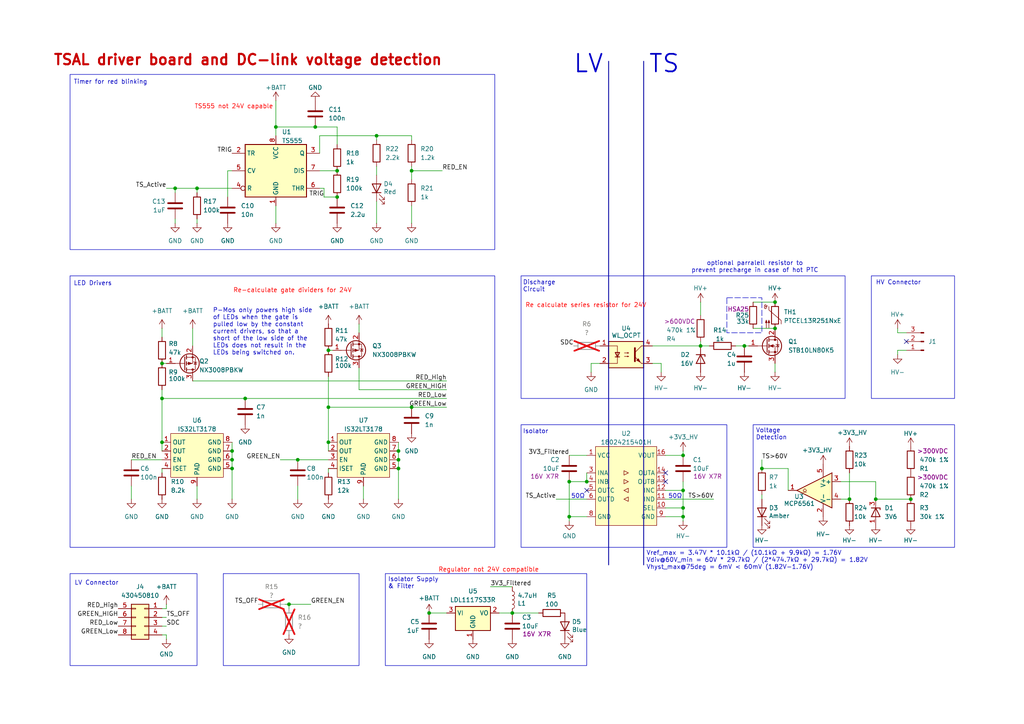
<source format=kicad_sch>
(kicad_sch
	(version 20231120)
	(generator "eeschema")
	(generator_version "8.0")
	(uuid "9debd449-8605-4af8-8da9-c3a8b6bcfdf0")
	(paper "A4")
	
	(junction
		(at 203.2 100.33)
		(diameter 0)
		(color 0 0 0 0)
		(uuid "026eb91c-0463-4bf3-8429-bb33d90c4ba8")
	)
	(junction
		(at 46.99 105.41)
		(diameter 0)
		(color 0 0 0 0)
		(uuid "0684212b-6cd4-4a56-a1fc-cf0157ab846c")
	)
	(junction
		(at 67.31 133.35)
		(diameter 0)
		(color 0 0 0 0)
		(uuid "0b8e9d0e-2844-47b1-a292-a66c081a0afc")
	)
	(junction
		(at 71.12 115.57)
		(diameter 0)
		(color 0 0 0 0)
		(uuid "1174483f-d433-4b40-8af7-67fab2563a72")
	)
	(junction
		(at 80.01 36.83)
		(diameter 0)
		(color 0 0 0 0)
		(uuid "23cf559d-4a68-4f8c-9117-c7ed08cb84fe")
	)
	(junction
		(at 119.38 118.11)
		(diameter 0)
		(color 0 0 0 0)
		(uuid "2897bc79-f091-42d0-8506-a30f02fe2d12")
	)
	(junction
		(at 264.16 144.78)
		(diameter 0)
		(color 0 0 0 0)
		(uuid "382b71dd-5c52-4a1d-b4d2-5189fa6e82d3")
	)
	(junction
		(at 46.99 115.57)
		(diameter 0)
		(color 0 0 0 0)
		(uuid "39822b08-98bc-4493-8fd3-202a068f2a19")
	)
	(junction
		(at 215.9 100.33)
		(diameter 0)
		(color 0 0 0 0)
		(uuid "3ff2f58f-899e-4ebb-82b4-ea27f48c4d15")
	)
	(junction
		(at 109.22 39.37)
		(diameter 0)
		(color 0 0 0 0)
		(uuid "4305f45e-f1a4-4c60-86d0-ead3bf8575e6")
	)
	(junction
		(at 57.15 54.61)
		(diameter 0)
		(color 0 0 0 0)
		(uuid "443a87a0-ff81-4a2c-8d16-2b84b9d88395")
	)
	(junction
		(at 124.46 177.8)
		(diameter 0)
		(color 0 0 0 0)
		(uuid "4e74a0ca-58df-4fca-b6c6-03c94fbc4213")
	)
	(junction
		(at 220.98 135.89)
		(diameter 0)
		(color 0 0 0 0)
		(uuid "4f586983-1835-4156-89d0-0d64c9781236")
	)
	(junction
		(at 198.12 149.86)
		(diameter 0)
		(color 0 0 0 0)
		(uuid "59902c70-bc3d-4957-a451-1c4c5230d274")
	)
	(junction
		(at 254 144.78)
		(diameter 0)
		(color 0 0 0 0)
		(uuid "657e5819-922b-4878-b7e8-86a3439b8959")
	)
	(junction
		(at 91.44 36.83)
		(diameter 0)
		(color 0 0 0 0)
		(uuid "72c533a0-f633-4f66-bdad-5d4f01f42b33")
	)
	(junction
		(at 198.12 142.24)
		(diameter 0)
		(color 0 0 0 0)
		(uuid "77327ac1-9df2-4a76-ab33-5eabc54b8bdf")
	)
	(junction
		(at 119.38 49.53)
		(diameter 0)
		(color 0 0 0 0)
		(uuid "785ed06e-fcec-4409-aa69-4b89bbe66ddc")
	)
	(junction
		(at 95.25 128.27)
		(diameter 0)
		(color 0 0 0 0)
		(uuid "8320d1e9-b83e-494a-a1de-ff47d179a262")
	)
	(junction
		(at 115.57 135.89)
		(diameter 0)
		(color 0 0 0 0)
		(uuid "8f38404e-f801-46df-ac64-423d9bc13f39")
	)
	(junction
		(at 67.31 135.89)
		(diameter 0)
		(color 0 0 0 0)
		(uuid "92681660-35f1-4a8a-9f79-1241ab1d160b")
	)
	(junction
		(at 224.79 87.63)
		(diameter 0)
		(color 0 0 0 0)
		(uuid "93175b98-c526-4022-97dd-8f1d7e8ef194")
	)
	(junction
		(at 50.8 54.61)
		(diameter 0)
		(color 0 0 0 0)
		(uuid "93b9162b-86dc-4b9a-bde8-9f1ad8f8fa5e")
	)
	(junction
		(at 83.82 175.26)
		(diameter 0)
		(color 0 0 0 0)
		(uuid "985f8b32-62df-477e-b306-8c5a380159f8")
	)
	(junction
		(at 86.36 133.35)
		(diameter 0)
		(color 0 0 0 0)
		(uuid "9b6ebfac-2946-4494-bc7c-274e0e6bb7a2")
	)
	(junction
		(at 165.1 139.7)
		(diameter 0)
		(color 0 0 0 0)
		(uuid "9dd5d57c-1053-42aa-b3aa-83c966314b07")
	)
	(junction
		(at 198.12 132.08)
		(diameter 0)
		(color 0 0 0 0)
		(uuid "9e2cac65-7086-4064-822b-4c4f67c08068")
	)
	(junction
		(at 246.38 144.78)
		(diameter 0)
		(color 0 0 0 0)
		(uuid "a32d6c63-9cba-46f7-9d81-d37457a84b1d")
	)
	(junction
		(at 224.79 95.25)
		(diameter 0)
		(color 0 0 0 0)
		(uuid "a3b925ad-fa35-48cd-b03c-ff5f061fa7d9")
	)
	(junction
		(at 46.99 128.27)
		(diameter 0)
		(color 0 0 0 0)
		(uuid "a79006a8-0c30-4d13-8fec-52df3743d4bb")
	)
	(junction
		(at 97.79 49.53)
		(diameter 0)
		(color 0 0 0 0)
		(uuid "aa60be46-fb65-447d-b063-aa27086b5fed")
	)
	(junction
		(at 97.79 57.15)
		(diameter 0)
		(color 0 0 0 0)
		(uuid "b156aa98-9bd1-4637-b720-e1f080bcba89")
	)
	(junction
		(at 115.57 130.81)
		(diameter 0)
		(color 0 0 0 0)
		(uuid "b90de574-f3cb-42f9-84cf-f72e65de7c8d")
	)
	(junction
		(at 148.59 177.8)
		(diameter 0)
		(color 0 0 0 0)
		(uuid "c0c92021-f951-4e8b-89f0-18795e51dd4e")
	)
	(junction
		(at 165.1 149.86)
		(diameter 0)
		(color 0 0 0 0)
		(uuid "c609c50b-2fda-418f-840d-6b46602b8051")
	)
	(junction
		(at 95.25 118.11)
		(diameter 0)
		(color 0 0 0 0)
		(uuid "d12b8e07-d9e1-4ce7-b4d3-2e0e3ab9167e")
	)
	(junction
		(at 198.12 147.32)
		(diameter 0)
		(color 0 0 0 0)
		(uuid "e4aeeb52-9e38-4a9e-9df2-b70ffdd725a1")
	)
	(junction
		(at 95.25 101.6)
		(diameter 0)
		(color 0 0 0 0)
		(uuid "f45a437a-f547-45ff-8871-b94936094082")
	)
	(junction
		(at 170.18 139.7)
		(diameter 0)
		(color 0 0 0 0)
		(uuid "f7ca4080-03f2-41e8-ae9b-cf758b11a7b2")
	)
	(junction
		(at 115.57 133.35)
		(diameter 0)
		(color 0 0 0 0)
		(uuid "f83f125f-5534-467d-b8c5-98ea87f028a7")
	)
	(junction
		(at 67.31 130.81)
		(diameter 0)
		(color 0 0 0 0)
		(uuid "fa0e6825-f75e-4603-842f-c8d8eb841e57")
	)
	(no_connect
		(at 262.89 99.06)
		(uuid "134a52fa-13d7-4eb2-b050-9206bac10f56")
	)
	(no_connect
		(at 193.04 139.7)
		(uuid "8d4a1ff3-a7e8-43e7-b7a4-bca41d382e7f")
	)
	(no_connect
		(at 170.18 142.24)
		(uuid "a912002f-e658-401e-963d-bcfa5bc8b9f1")
	)
	(no_connect
		(at 193.04 137.16)
		(uuid "c5b2c002-63e8-49a8-bb04-b4b4c97ccb07")
	)
	(wire
		(pts
			(xy 109.22 50.8) (xy 109.22 48.26)
		)
		(stroke
			(width 0)
			(type default)
		)
		(uuid "08cc3faa-8e13-4765-a5d4-7767a9ecf483")
	)
	(wire
		(pts
			(xy 213.36 100.33) (xy 215.9 100.33)
		)
		(stroke
			(width 0)
			(type default)
		)
		(uuid "0d962dff-2c94-44ef-ae2e-718719088ba1")
	)
	(wire
		(pts
			(xy 95.25 109.22) (xy 95.25 118.11)
		)
		(stroke
			(width 0)
			(type default)
		)
		(uuid "0e5fa01f-888b-4da0-8051-abb505d0d6f1")
	)
	(wire
		(pts
			(xy 80.01 29.21) (xy 80.01 36.83)
		)
		(stroke
			(width 0)
			(type default)
		)
		(uuid "14746dbc-b585-42b3-9b2a-d8198cd94899")
	)
	(wire
		(pts
			(xy 198.12 139.7) (xy 198.12 142.24)
		)
		(stroke
			(width 0)
			(type default)
		)
		(uuid "16e17406-0e85-413b-8013-a3deb6fec630")
	)
	(wire
		(pts
			(xy 67.31 128.27) (xy 67.31 130.81)
		)
		(stroke
			(width 0)
			(type default)
		)
		(uuid "177216d3-aa67-4b09-93e4-982ba0afb4d1")
	)
	(wire
		(pts
			(xy 57.15 64.77) (xy 57.15 63.5)
		)
		(stroke
			(width 0)
			(type default)
		)
		(uuid "17f0aba9-ed7e-4491-ad5b-0fc356e93e90")
	)
	(wire
		(pts
			(xy 91.44 36.83) (xy 97.79 36.83)
		)
		(stroke
			(width 0)
			(type default)
		)
		(uuid "19aa88ca-2a44-4ac0-b740-e0e9f7a458e7")
	)
	(wire
		(pts
			(xy 86.36 140.97) (xy 86.36 144.78)
		)
		(stroke
			(width 0)
			(type default)
		)
		(uuid "1fda1f05-694c-4e90-819e-8a629dae2ed5")
	)
	(wire
		(pts
			(xy 198.12 132.08) (xy 198.12 130.81)
		)
		(stroke
			(width 0)
			(type default)
		)
		(uuid "229d8bd6-fbd2-4f9b-8fcd-c9c9af1b9d6a")
	)
	(wire
		(pts
			(xy 92.71 39.37) (xy 92.71 44.45)
		)
		(stroke
			(width 0)
			(type default)
		)
		(uuid "281f7ef5-6196-4c4d-8a6f-a09da9564a67")
	)
	(wire
		(pts
			(xy 80.01 36.83) (xy 80.01 39.37)
		)
		(stroke
			(width 0)
			(type default)
		)
		(uuid "2a306894-5303-4385-b9ae-fdb5850377b0")
	)
	(wire
		(pts
			(xy 83.82 175.26) (xy 90.17 175.26)
		)
		(stroke
			(width 0)
			(type default)
		)
		(uuid "2aebcb75-7a2e-4b21-a27a-5316a1ec930d")
	)
	(wire
		(pts
			(xy 104.14 106.68) (xy 104.14 113.03)
		)
		(stroke
			(width 0)
			(type default)
		)
		(uuid "2b5de279-e99c-46c0-99fd-0c659ebc8ed7")
	)
	(wire
		(pts
			(xy 93.98 54.61) (xy 92.71 54.61)
		)
		(stroke
			(width 0)
			(type default)
		)
		(uuid "2c61c43a-f690-4c26-8cd4-a323021cd220")
	)
	(wire
		(pts
			(xy 48.26 179.07) (xy 46.99 179.07)
		)
		(stroke
			(width 0)
			(type default)
		)
		(uuid "2eca4e06-2093-4d02-a8cd-4b2680d09d37")
	)
	(wire
		(pts
			(xy 104.14 113.03) (xy 129.54 113.03)
		)
		(stroke
			(width 0)
			(type default)
		)
		(uuid "2f155a4b-0a96-4264-8223-66d34f156009")
	)
	(wire
		(pts
			(xy 46.99 135.89) (xy 46.99 137.16)
		)
		(stroke
			(width 0)
			(type default)
		)
		(uuid "3095f70c-fbe4-4463-b6aa-958043cd01f8")
	)
	(wire
		(pts
			(xy 148.59 177.8) (xy 156.21 177.8)
		)
		(stroke
			(width 0)
			(type default)
		)
		(uuid "30af1a62-562f-425a-8b10-46fbf83fdfef")
	)
	(wire
		(pts
			(xy 119.38 48.26) (xy 119.38 49.53)
		)
		(stroke
			(width 0)
			(type default)
		)
		(uuid "31fe7a8e-a4e8-49b8-a82a-f7ef1aa2fd4b")
	)
	(wire
		(pts
			(xy 165.1 149.86) (xy 170.18 149.86)
		)
		(stroke
			(width 0)
			(type default)
		)
		(uuid "34071f44-e945-4188-9f0e-b28c8100bcc6")
	)
	(wire
		(pts
			(xy 86.36 133.35) (xy 95.25 133.35)
		)
		(stroke
			(width 0)
			(type default)
		)
		(uuid "3b016e8a-4566-4e17-8c59-651ec595fb40")
	)
	(wire
		(pts
			(xy 57.15 140.97) (xy 57.15 144.78)
		)
		(stroke
			(width 0)
			(type default)
		)
		(uuid "3e26c73b-bc6c-4c5e-8226-fa4e1c12feba")
	)
	(wire
		(pts
			(xy 193.04 132.08) (xy 198.12 132.08)
		)
		(stroke
			(width 0)
			(type default)
		)
		(uuid "4123c7c1-832a-47b2-95d5-8836ac8a8692")
	)
	(wire
		(pts
			(xy 260.35 101.6) (xy 260.35 102.87)
		)
		(stroke
			(width 0)
			(type default)
		)
		(uuid "42efea56-adb7-477c-b8ad-4c425decf850")
	)
	(wire
		(pts
			(xy 161.29 144.78) (xy 170.18 144.78)
		)
		(stroke
			(width 0)
			(type default)
		)
		(uuid "4a01bf21-de9e-4c3c-8873-9d1870a780ee")
	)
	(wire
		(pts
			(xy 198.12 151.13) (xy 198.12 149.86)
		)
		(stroke
			(width 0)
			(type default)
		)
		(uuid "4dfd2e6c-39e9-4e9a-b27a-7ddd594af91f")
	)
	(wire
		(pts
			(xy 109.22 39.37) (xy 119.38 39.37)
		)
		(stroke
			(width 0)
			(type default)
		)
		(uuid "4e7bbd84-902d-434f-b713-00abfad86234")
	)
	(wire
		(pts
			(xy 262.89 101.6) (xy 260.35 101.6)
		)
		(stroke
			(width 0)
			(type default)
		)
		(uuid "516561c0-65eb-4cc8-b3dd-564575badfdf")
	)
	(wire
		(pts
			(xy 124.46 177.8) (xy 129.54 177.8)
		)
		(stroke
			(width 0)
			(type default)
		)
		(uuid "51949801-c3a8-4bd0-aaa9-7729a3309c6c")
	)
	(wire
		(pts
			(xy 95.25 135.89) (xy 95.25 137.16)
		)
		(stroke
			(width 0)
			(type default)
		)
		(uuid "5797287a-0b8e-462b-9d40-1ff99e74a4d4")
	)
	(wire
		(pts
			(xy 119.38 52.07) (xy 119.38 49.53)
		)
		(stroke
			(width 0)
			(type default)
		)
		(uuid "57d1d4b8-a582-4b26-a1ca-6d8cca10f23c")
	)
	(wire
		(pts
			(xy 55.88 110.49) (xy 129.54 110.49)
		)
		(stroke
			(width 0)
			(type default)
		)
		(uuid "5b1e6499-213f-4fe5-bdd5-8d401430d309")
	)
	(wire
		(pts
			(xy 50.8 54.61) (xy 50.8 55.88)
		)
		(stroke
			(width 0)
			(type default)
		)
		(uuid "5c0b9e16-ef71-42f7-8cd1-4204c4ce4c4b")
	)
	(wire
		(pts
			(xy 80.01 59.69) (xy 80.01 64.77)
		)
		(stroke
			(width 0)
			(type default)
		)
		(uuid "5ceacfff-675a-4505-af03-7252b7df055c")
	)
	(wire
		(pts
			(xy 48.26 176.53) (xy 48.26 175.26)
		)
		(stroke
			(width 0)
			(type default)
		)
		(uuid "5da8f322-81db-4457-815f-573a7cfc4736")
	)
	(wire
		(pts
			(xy 93.98 54.61) (xy 93.98 57.15)
		)
		(stroke
			(width 0)
			(type default)
		)
		(uuid "60b1a118-c444-45c8-b2aa-3f722f52d325")
	)
	(wire
		(pts
			(xy 46.99 105.41) (xy 48.26 105.41)
		)
		(stroke
			(width 0)
			(type default)
		)
		(uuid "610f16f0-3a40-4796-8875-5cb39a6c613d")
	)
	(wire
		(pts
			(xy 218.44 87.63) (xy 224.79 87.63)
		)
		(stroke
			(width 0)
			(type default)
		)
		(uuid "61df12f7-eea4-4bee-b0ee-ba6e638bd219")
	)
	(wire
		(pts
			(xy 193.04 144.78) (xy 207.01 144.78)
		)
		(stroke
			(width 0)
			(type default)
		)
		(uuid "63ec55bc-94ab-49d7-b638-9048a08d6bc6")
	)
	(wire
		(pts
			(xy 220.98 143.51) (xy 220.98 144.78)
		)
		(stroke
			(width 0)
			(type default)
		)
		(uuid "64659341-fa1a-4c37-87d4-26c477530b61")
	)
	(wire
		(pts
			(xy 246.38 144.78) (xy 243.84 144.78)
		)
		(stroke
			(width 0)
			(type default)
		)
		(uuid "65c6d023-27ad-4fe3-8c23-dd87be36385a")
	)
	(wire
		(pts
			(xy 203.2 87.63) (xy 203.2 91.44)
		)
		(stroke
			(width 0)
			(type default)
		)
		(uuid "69c23500-65df-4f5b-9dc6-65450a94e814")
	)
	(wire
		(pts
			(xy 119.38 59.69) (xy 119.38 64.77)
		)
		(stroke
			(width 0)
			(type default)
		)
		(uuid "6bbfa22c-a426-4d56-a622-a5c5fb7150ae")
	)
	(wire
		(pts
			(xy 193.04 149.86) (xy 198.12 149.86)
		)
		(stroke
			(width 0)
			(type default)
		)
		(uuid "6ec11311-5915-4596-9ae0-0d27c4a8047b")
	)
	(wire
		(pts
			(xy 67.31 135.89) (xy 67.31 144.78)
		)
		(stroke
			(width 0)
			(type default)
		)
		(uuid "716bcd72-d402-4f0a-ba82-e1a6a3225263")
	)
	(wire
		(pts
			(xy 198.12 149.86) (xy 198.12 147.32)
		)
		(stroke
			(width 0)
			(type default)
		)
		(uuid "74239838-dc30-40f2-9177-ba3ec68566de")
	)
	(wire
		(pts
			(xy 109.22 40.64) (xy 109.22 39.37)
		)
		(stroke
			(width 0)
			(type default)
		)
		(uuid "74744c2d-6f74-4a63-8265-15e7bcdadc8d")
	)
	(wire
		(pts
			(xy 224.79 107.95) (xy 224.79 105.41)
		)
		(stroke
			(width 0)
			(type default)
		)
		(uuid "763ca273-69bc-4ea7-b7f2-385d2de19e1f")
	)
	(wire
		(pts
			(xy 189.23 100.33) (xy 203.2 100.33)
		)
		(stroke
			(width 0)
			(type default)
		)
		(uuid "76d112dc-c4d8-4560-bf67-25425a15e51b")
	)
	(wire
		(pts
			(xy 203.2 100.33) (xy 205.74 100.33)
		)
		(stroke
			(width 0)
			(type default)
		)
		(uuid "76f2e9cb-0bc1-494a-b44a-d0a45c4841b7")
	)
	(wire
		(pts
			(xy 193.04 142.24) (xy 198.12 142.24)
		)
		(stroke
			(width 0)
			(type default)
		)
		(uuid "7941d173-e121-46a4-ab88-f7610a7a3b19")
	)
	(wire
		(pts
			(xy 46.99 128.27) (xy 46.99 115.57)
		)
		(stroke
			(width 0)
			(type default)
		)
		(uuid "79fdeea7-a811-4679-bf8d-41883ace9c46")
	)
	(wire
		(pts
			(xy 109.22 39.37) (xy 92.71 39.37)
		)
		(stroke
			(width 0)
			(type default)
		)
		(uuid "7a80359c-8dde-4ad4-94ec-643d915dc2cc")
	)
	(wire
		(pts
			(xy 67.31 49.53) (xy 66.04 49.53)
		)
		(stroke
			(width 0)
			(type default)
		)
		(uuid "7e68fbcf-daa3-429c-b7b5-7af4edb806c4")
	)
	(wire
		(pts
			(xy 50.8 63.5) (xy 50.8 64.77)
		)
		(stroke
			(width 0)
			(type default)
		)
		(uuid "7fffe215-f32a-46bc-bcb7-db0d487c7091")
	)
	(wire
		(pts
			(xy 38.1 140.97) (xy 38.1 144.78)
		)
		(stroke
			(width 0)
			(type default)
		)
		(uuid "83adce8b-f9e0-4f83-a31f-84a555389e21")
	)
	(wire
		(pts
			(xy 191.77 107.95) (xy 191.77 105.41)
		)
		(stroke
			(width 0)
			(type default)
		)
		(uuid "85c6a4a9-2a58-45e1-b2e8-8ed6800b4311")
	)
	(wire
		(pts
			(xy 203.2 99.06) (xy 203.2 100.33)
		)
		(stroke
			(width 0)
			(type default)
		)
		(uuid "87b6faf2-4214-4f30-9c03-bfc24ca489b6")
	)
	(wire
		(pts
			(xy 95.25 101.6) (xy 96.52 101.6)
		)
		(stroke
			(width 0)
			(type default)
		)
		(uuid "8a735b3d-34cb-4e5c-8bce-312df18d31a8")
	)
	(wire
		(pts
			(xy 97.79 41.91) (xy 97.79 36.83)
		)
		(stroke
			(width 0)
			(type default)
		)
		(uuid "8cf03936-ed06-4b6b-80e2-98b30aa54768")
	)
	(wire
		(pts
			(xy 67.31 130.81) (xy 67.31 133.35)
		)
		(stroke
			(width 0)
			(type default)
		)
		(uuid "8d318f9a-533d-482a-b1e3-7b8844030ad0")
	)
	(wire
		(pts
			(xy 119.38 40.64) (xy 119.38 39.37)
		)
		(stroke
			(width 0)
			(type default)
		)
		(uuid "913ae330-c879-43c7-b57a-bc501a965933")
	)
	(wire
		(pts
			(xy 92.71 49.53) (xy 97.79 49.53)
		)
		(stroke
			(width 0)
			(type default)
		)
		(uuid "91c32884-100c-438c-bf5d-58556ec9eb2c")
	)
	(polyline
		(pts
			(xy 176.53 17.78) (xy 176.53 163.83)
		)
		(stroke
			(width 0.254)
			(type default)
			(color 0 0 162 0.3137254902)
		)
		(uuid "93446e12-8872-4999-aa10-3d8244057946")
	)
	(wire
		(pts
			(xy 215.9 100.33) (xy 217.17 100.33)
		)
		(stroke
			(width 0)
			(type default)
		)
		(uuid "94d31da6-e66c-42e5-9bdd-7ed5471c24e9")
	)
	(wire
		(pts
			(xy 119.38 49.53) (xy 128.27 49.53)
		)
		(stroke
			(width 0)
			(type default)
		)
		(uuid "9580b7b8-f45a-4ac4-a679-a86b58871f84")
	)
	(wire
		(pts
			(xy 260.35 96.52) (xy 262.89 96.52)
		)
		(stroke
			(width 0)
			(type default)
		)
		(uuid "977ff348-f8b0-4f0b-8456-2e5206d8564f")
	)
	(wire
		(pts
			(xy 104.14 93.98) (xy 104.14 96.52)
		)
		(stroke
			(width 0)
			(type default)
		)
		(uuid "9a4e7cca-5130-47c9-b3bc-13c11a9a2105")
	)
	(wire
		(pts
			(xy 48.26 184.15) (xy 46.99 184.15)
		)
		(stroke
			(width 0)
			(type default)
		)
		(uuid "9cbb5b4b-2d7b-4f1c-9c45-2b520b1717ef")
	)
	(wire
		(pts
			(xy 193.04 147.32) (xy 198.12 147.32)
		)
		(stroke
			(width 0)
			(type default)
		)
		(uuid "9cd099f2-df6e-47fb-96eb-5c8cec3538ce")
	)
	(wire
		(pts
			(xy 189.23 105.41) (xy 191.77 105.41)
		)
		(stroke
			(width 0)
			(type default)
		)
		(uuid "9cf0f3a8-6b74-4479-b75a-0b8d6ae0f62d")
	)
	(wire
		(pts
			(xy 260.35 96.52) (xy 260.35 95.25)
		)
		(stroke
			(width 0)
			(type default)
		)
		(uuid "9fd93f4e-9c1f-42a1-a38f-3dcc276cb349")
	)
	(wire
		(pts
			(xy 80.01 36.83) (xy 91.44 36.83)
		)
		(stroke
			(width 0)
			(type default)
		)
		(uuid "a0d2bfb7-68dc-42be-b022-2ecc8de61027")
	)
	(wire
		(pts
			(xy 105.41 140.97) (xy 105.41 144.78)
		)
		(stroke
			(width 0)
			(type default)
		)
		(uuid "a1a3ff77-2de9-4e69-9e13-e67afd22e7d9")
	)
	(wire
		(pts
			(xy 48.26 54.61) (xy 50.8 54.61)
		)
		(stroke
			(width 0)
			(type default)
		)
		(uuid "a1db2584-95d3-4bf7-9adb-abc94678c63a")
	)
	(wire
		(pts
			(xy 95.25 128.27) (xy 95.25 130.81)
		)
		(stroke
			(width 0)
			(type default)
		)
		(uuid "a71b51c6-9dae-4fa6-8f22-d8964efee844")
	)
	(wire
		(pts
			(xy 119.38 118.11) (xy 129.54 118.11)
		)
		(stroke
			(width 0)
			(type default)
		)
		(uuid "a98109a1-8b03-49ba-ae6e-77bce6ff401a")
	)
	(wire
		(pts
			(xy 144.78 177.8) (xy 148.59 177.8)
		)
		(stroke
			(width 0)
			(type default)
		)
		(uuid "aece7f3e-8357-4bbb-aca4-2c2c7705c932")
	)
	(wire
		(pts
			(xy 46.99 115.57) (xy 71.12 115.57)
		)
		(stroke
			(width 0)
			(type default)
		)
		(uuid "b25449d1-cef0-4f6c-a7ca-2f7b8ae67bd5")
	)
	(wire
		(pts
			(xy 228.6 135.89) (xy 228.6 142.24)
		)
		(stroke
			(width 0)
			(type default)
		)
		(uuid "b268647f-2ac0-4321-b896-3d48695e5dc2")
	)
	(wire
		(pts
			(xy 254 144.78) (xy 254 139.7)
		)
		(stroke
			(width 0)
			(type default)
		)
		(uuid "b4edd754-ff1b-4c8d-a27b-8a07a2ed05f1")
	)
	(wire
		(pts
			(xy 46.99 113.03) (xy 46.99 115.57)
		)
		(stroke
			(width 0)
			(type default)
		)
		(uuid "b5dd2cae-db7f-46b6-bc64-fdafa3ab2830")
	)
	(wire
		(pts
			(xy 81.28 133.35) (xy 86.36 133.35)
		)
		(stroke
			(width 0)
			(type default)
		)
		(uuid "ba595097-ef72-4be0-a81b-3f69ac6dc061")
	)
	(wire
		(pts
			(xy 220.98 133.35) (xy 220.98 135.89)
		)
		(stroke
			(width 0)
			(type default)
		)
		(uuid "bb6050b7-e300-478c-a700-f7e13a77b558")
	)
	(wire
		(pts
			(xy 218.44 95.25) (xy 224.79 95.25)
		)
		(stroke
			(width 0)
			(type default)
		)
		(uuid "c0da4088-b8dd-4120-bb51-0998c4f90fa0")
	)
	(wire
		(pts
			(xy 71.12 115.57) (xy 129.54 115.57)
		)
		(stroke
			(width 0)
			(type default)
		)
		(uuid "c3517ed0-5916-4e21-bfeb-6768f868fd3f")
	)
	(wire
		(pts
			(xy 165.1 139.7) (xy 170.18 139.7)
		)
		(stroke
			(width 0)
			(type default)
		)
		(uuid "c4162fec-d33d-48bf-81da-987a88c74724")
	)
	(polyline
		(pts
			(xy 186.69 17.78) (xy 186.69 163.83)
		)
		(stroke
			(width 0.254)
			(type default)
			(color 0 0 162 0.3137254902)
		)
		(uuid "c6016b43-33f4-4b64-99c9-baac37034c3b")
	)
	(wire
		(pts
			(xy 198.12 147.32) (xy 198.12 142.24)
		)
		(stroke
			(width 0)
			(type default)
		)
		(uuid "c8151381-acb0-4fc9-903e-fa8035e4a6ab")
	)
	(wire
		(pts
			(xy 165.1 139.7) (xy 165.1 149.86)
		)
		(stroke
			(width 0)
			(type default)
		)
		(uuid "c88a330b-c512-438e-a36f-9209419b6f19")
	)
	(wire
		(pts
			(xy 55.88 95.25) (xy 55.88 100.33)
		)
		(stroke
			(width 0)
			(type default)
		)
		(uuid "c97440a5-529a-4b00-9c8a-7e22678aa27a")
	)
	(wire
		(pts
			(xy 115.57 130.81) (xy 115.57 133.35)
		)
		(stroke
			(width 0)
			(type default)
		)
		(uuid "cab3c9f3-25e5-4086-b30e-c402143fc906")
	)
	(wire
		(pts
			(xy 109.22 58.42) (xy 109.22 64.77)
		)
		(stroke
			(width 0)
			(type default)
		)
		(uuid "cb7c0127-51e0-4d29-81ba-23f0dddee6b3")
	)
	(wire
		(pts
			(xy 48.26 185.42) (xy 48.26 184.15)
		)
		(stroke
			(width 0)
			(type default)
		)
		(uuid "cd51db21-7a69-40ab-8813-6cff9f81b1df")
	)
	(wire
		(pts
			(xy 171.45 107.95) (xy 171.45 105.41)
		)
		(stroke
			(width 0)
			(type default)
		)
		(uuid "d1ab1a52-61a5-421f-867c-d622c823f65e")
	)
	(wire
		(pts
			(xy 57.15 55.88) (xy 57.15 54.61)
		)
		(stroke
			(width 0)
			(type default)
		)
		(uuid "d3e62aeb-0c84-4d0f-a878-f1638a4385b7")
	)
	(wire
		(pts
			(xy 170.18 137.16) (xy 170.18 139.7)
		)
		(stroke
			(width 0)
			(type default)
		)
		(uuid "dbaca429-ce07-428b-b53f-fc8239c6133a")
	)
	(wire
		(pts
			(xy 95.25 118.11) (xy 95.25 128.27)
		)
		(stroke
			(width 0)
			(type default)
		)
		(uuid "de1c3265-5b8c-4f3a-9f10-6be17180df1a")
	)
	(wire
		(pts
			(xy 57.15 54.61) (xy 67.31 54.61)
		)
		(stroke
			(width 0)
			(type default)
		)
		(uuid "e0ab9f23-9ff3-49be-8a3b-93b94101a522")
	)
	(wire
		(pts
			(xy 48.26 181.61) (xy 46.99 181.61)
		)
		(stroke
			(width 0)
			(type default)
		)
		(uuid "e2f1c083-ce12-4788-b39b-5f2409e9f916")
	)
	(wire
		(pts
			(xy 83.82 176.53) (xy 83.82 175.26)
		)
		(stroke
			(width 0)
			(type default)
		)
		(uuid "e30f0bf8-4660-40da-bc2f-5ae20153ce53")
	)
	(wire
		(pts
			(xy 115.57 133.35) (xy 115.57 135.89)
		)
		(stroke
			(width 0)
			(type default)
		)
		(uuid "e3c12d6a-993a-471e-8393-e1d8f1af4c2d")
	)
	(wire
		(pts
			(xy 115.57 128.27) (xy 115.57 130.81)
		)
		(stroke
			(width 0)
			(type default)
		)
		(uuid "e4d90a6c-63a5-4ce7-9a61-f19bf3b47f7b")
	)
	(wire
		(pts
			(xy 82.55 175.26) (xy 83.82 175.26)
		)
		(stroke
			(width 0)
			(type default)
		)
		(uuid "e5bfb8d7-61db-4d62-ae2a-26383582b8e1")
	)
	(wire
		(pts
			(xy 95.25 118.11) (xy 119.38 118.11)
		)
		(stroke
			(width 0)
			(type default)
		)
		(uuid "e5ef6f88-448f-4db7-8b95-dc2f16814e62")
	)
	(wire
		(pts
			(xy 38.1 133.35) (xy 46.99 133.35)
		)
		(stroke
			(width 0)
			(type default)
		)
		(uuid "eab4768c-ba16-4ce4-b7ad-8fc9d6d87bc6")
	)
	(wire
		(pts
			(xy 170.18 132.08) (xy 165.1 132.08)
		)
		(stroke
			(width 0)
			(type default)
		)
		(uuid "ec35287f-a6ab-453d-b58b-4921db9571b4")
	)
	(wire
		(pts
			(xy 48.26 176.53) (xy 46.99 176.53)
		)
		(stroke
			(width 0)
			(type default)
		)
		(uuid "edb21dad-5777-4d9a-a41d-c5af6c031a5d")
	)
	(wire
		(pts
			(xy 254 144.78) (xy 264.16 144.78)
		)
		(stroke
			(width 0)
			(type default)
		)
		(uuid "efc14bc2-ba36-41c9-bf78-2d56e175b0f0")
	)
	(wire
		(pts
			(xy 66.04 49.53) (xy 66.04 57.15)
		)
		(stroke
			(width 0)
			(type default)
		)
		(uuid "f03928b4-2ff8-4678-ae2e-b2da3fe13789")
	)
	(wire
		(pts
			(xy 254 139.7) (xy 243.84 139.7)
		)
		(stroke
			(width 0)
			(type default)
		)
		(uuid "f144acb6-984e-4e26-914f-127d98731133")
	)
	(wire
		(pts
			(xy 115.57 135.89) (xy 115.57 144.78)
		)
		(stroke
			(width 0)
			(type default)
		)
		(uuid "f171e986-8295-4f4e-be69-4ce0bea275d3")
	)
	(wire
		(pts
			(xy 93.98 57.15) (xy 97.79 57.15)
		)
		(stroke
			(width 0)
			(type default)
		)
		(uuid "f1891d3c-1225-42e4-b9bb-33fec4330211")
	)
	(wire
		(pts
			(xy 46.99 95.25) (xy 46.99 97.79)
		)
		(stroke
			(width 0)
			(type default)
		)
		(uuid "f29dfab2-f044-4de1-a893-1b6b2a1ee045")
	)
	(wire
		(pts
			(xy 46.99 128.27) (xy 46.99 130.81)
		)
		(stroke
			(width 0)
			(type default)
		)
		(uuid "f343a2b7-93be-4ab0-8d24-98768a5154ca")
	)
	(wire
		(pts
			(xy 50.8 54.61) (xy 57.15 54.61)
		)
		(stroke
			(width 0)
			(type default)
		)
		(uuid "f616a9a2-32a8-4be4-baea-a34449a37045")
	)
	(wire
		(pts
			(xy 220.98 135.89) (xy 228.6 135.89)
		)
		(stroke
			(width 0)
			(type default)
		)
		(uuid "f6299c65-6439-4c8d-92a3-fc04fce62441")
	)
	(wire
		(pts
			(xy 67.31 133.35) (xy 67.31 135.89)
		)
		(stroke
			(width 0)
			(type default)
		)
		(uuid "f634fedb-a619-4e10-8fb4-3746d93f0a0f")
	)
	(wire
		(pts
			(xy 165.1 151.13) (xy 165.1 149.86)
		)
		(stroke
			(width 0)
			(type default)
		)
		(uuid "f7df42ec-4b3c-4802-9a7e-433b8dc41143")
	)
	(wire
		(pts
			(xy 246.38 137.16) (xy 246.38 144.78)
		)
		(stroke
			(width 0)
			(type default)
		)
		(uuid "fb66c788-6f32-4c76-abda-f90ebba1a09d")
	)
	(wire
		(pts
			(xy 142.24 170.18) (xy 148.59 170.18)
		)
		(stroke
			(width 0)
			(type default)
		)
		(uuid "fcb93b29-c460-4647-8d4e-9957d81b65f1")
	)
	(wire
		(pts
			(xy 171.45 105.41) (xy 173.99 105.41)
		)
		(stroke
			(width 0)
			(type default)
		)
		(uuid "fe298d50-a209-4858-91e2-aed8f26b7067")
	)
	(rectangle
		(start 218.44 123.19)
		(end 276.86 158.75)
		(stroke
			(width 0)
			(type default)
		)
		(fill
			(type none)
		)
		(uuid 01fed345-fb0e-4438-8683-f6edb25b6a91)
	)
	(rectangle
		(start 151.13 123.19)
		(end 210.82 158.75)
		(stroke
			(width 0)
			(type default)
		)
		(fill
			(type none)
		)
		(uuid 25e65339-0734-438b-8d87-a0ea641d99f1)
	)
	(rectangle
		(start 20.32 21.59)
		(end 143.51 72.39)
		(stroke
			(width 0)
			(type default)
		)
		(fill
			(type none)
		)
		(uuid 47e70481-caa6-40e6-bd1d-661c6a983805)
	)
	(rectangle
		(start 20.32 80.01)
		(end 143.51 158.75)
		(stroke
			(width 0)
			(type default)
		)
		(fill
			(type none)
		)
		(uuid 4ff4e1dd-d613-4552-b94a-4d8ecbb26631)
	)
	(rectangle
		(start 64.77 166.37)
		(end 104.14 193.04)
		(stroke
			(width 0)
			(type default)
		)
		(fill
			(type none)
		)
		(uuid 57f1f181-f5da-4c6f-b30f-00170b7564e4)
	)
	(rectangle
		(start 252.73 80.01)
		(end 276.86 115.57)
		(stroke
			(width 0)
			(type default)
		)
		(fill
			(type none)
		)
		(uuid 6193ed35-fabe-433c-8a2a-52dee59533be)
	)
	(rectangle
		(start 210.82 86.36)
		(end 220.98 96.52)
		(stroke
			(width 0)
			(type dash)
		)
		(fill
			(type none)
		)
		(uuid a5540966-6149-4be5-8821-7a2ee06f0cd8)
	)
	(rectangle
		(start 20.32 166.37)
		(end 57.15 193.04)
		(stroke
			(width 0)
			(type default)
		)
		(fill
			(type none)
		)
		(uuid c8bc12c9-d350-448e-8b54-fbd321147316)
	)
	(rectangle
		(start 151.13 80.01)
		(end 245.11 115.57)
		(stroke
			(width 0)
			(type default)
		)
		(fill
			(type none)
		)
		(uuid e5e54236-6014-403b-afd6-0a6cc5aa0c9e)
	)
	(rectangle
		(start 111.76 166.37)
		(end 170.18 193.04)
		(stroke
			(width 0)
			(type default)
		)
		(fill
			(type none)
		)
		(uuid ec740441-49dc-4fae-bd7e-e900482e3703)
	)
	(text "TS"
		(exclude_from_sim no)
		(at 187.96 21.59 0)
		(effects
			(font
				(size 5.08 5.08)
				(thickness 0.508)
				(bold yes)
			)
			(justify left bottom)
		)
		(uuid "021b61db-6296-40c2-b79b-5b093973b8bc")
	)
	(text "optional parralell resistor to\nprevent precharge in case of hot PTC"
		(exclude_from_sim no)
		(at 218.948 77.47 0)
		(effects
			(font
				(size 1.27 1.27)
			)
		)
		(uuid "068be38f-c9c2-417e-9213-4818c911c12a")
	)
	(text "Re calculate series resistor for 24V"
		(exclude_from_sim no)
		(at 169.926 88.646 0)
		(effects
			(font
				(size 1.27 1.27)
				(color 255 0 0 1)
			)
		)
		(uuid "180d5a2d-efd1-4e3e-8c3a-ccaca8c58883")
	)
	(text "LED Drivers"
		(exclude_from_sim no)
		(at 21.336 82.296 0)
		(effects
			(font
				(size 1.27 1.27)
			)
			(justify left)
		)
		(uuid "3677f57d-b2b3-41d7-b406-aac319f88591")
	)
	(text "50Ω"
		(exclude_from_sim no)
		(at 195.834 144.018 0)
		(effects
			(font
				(size 1.27 1.27)
			)
		)
		(uuid "434e5a6c-e210-4e3e-987b-8a3fee68f88f")
	)
	(text "Voltage\nDetection\n"
		(exclude_from_sim no)
		(at 219.202 125.984 0)
		(effects
			(font
				(size 1.27 1.27)
			)
			(justify left)
		)
		(uuid "45ce58e6-3841-482c-a39f-c70a041c4c6b")
	)
	(text "LV Connector"
		(exclude_from_sim no)
		(at 21.59 169.164 0)
		(effects
			(font
				(size 1.27 1.27)
			)
			(justify left)
		)
		(uuid "5b97e0ec-2be3-4f34-a177-ec8eaa54b7b7")
	)
	(text "TS555 not 24V capable"
		(exclude_from_sim no)
		(at 67.818 30.988 0)
		(effects
			(font
				(size 1.27 1.27)
				(color 255 0 0 1)
			)
		)
		(uuid "63cd9d44-ec44-45b0-bebb-4280cb7597f1")
	)
	(text "TSAL driver board and DC-link voltage detection"
		(exclude_from_sim no)
		(at 71.882 17.526 0)
		(effects
			(font
				(size 3 3)
				(thickness 0.6)
				(bold yes)
				(color 194 0 0 1)
			)
		)
		(uuid "6eafd69d-d45d-4a3f-8930-66db40ccef74")
	)
	(text "Discharge\nCircuit"
		(exclude_from_sim no)
		(at 151.638 83.058 0)
		(effects
			(font
				(size 1.27 1.27)
			)
			(justify left)
		)
		(uuid "70134144-881b-44af-a32c-094f2f38cb97")
	)
	(text "Timer for red blinking"
		(exclude_from_sim no)
		(at 21.336 23.876 0)
		(effects
			(font
				(size 1.27 1.27)
			)
			(justify left)
		)
		(uuid "7038987e-7341-4060-bae1-07f28aa7ce1d")
	)
	(text "Re-calculate gate dividers for 24V"
		(exclude_from_sim no)
		(at 84.836 84.328 0)
		(effects
			(font
				(size 1.27 1.27)
				(color 255 0 0 1)
			)
		)
		(uuid "7ac4df79-c827-473d-bdc6-25bafa9abb7e")
	)
	(text "Regulator not 24V compatible"
		(exclude_from_sim no)
		(at 141.732 165.354 0)
		(effects
			(font
				(size 1.27 1.27)
				(color 255 0 0 1)
			)
		)
		(uuid "ace7f0d4-e6b4-41b5-95af-f200ee7061db")
	)
	(text "HV Connector"
		(exclude_from_sim no)
		(at 254 82.042 0)
		(effects
			(font
				(size 1.27 1.27)
			)
			(justify left)
		)
		(uuid "b0e50c81-d78e-40f1-80e2-61474f294946")
	)
	(text "LV"
		(exclude_from_sim no)
		(at 175.26 21.59 0)
		(effects
			(font
				(size 5.08 5.08)
				(thickness 0.508)
				(bold yes)
			)
			(justify right bottom)
		)
		(uuid "bae6a436-f5e1-472d-a1d2-3e42c2d66f22")
	)
	(text "Isolator"
		(exclude_from_sim no)
		(at 151.638 125.222 0)
		(effects
			(font
				(size 1.27 1.27)
			)
			(justify left)
		)
		(uuid "df682997-c89a-4a5f-872a-73e5ee8f662a")
	)
	(text "Vref_max = 3.47V * 10.1kΩ / (10.1kΩ + 9.9kΩ) = 1.76V\nVdiv@60V_min = 60V * 29.7kΩ / (2*474.7kΩ + 29.7kΩ) = 1.82V\nVhyst_max@75deg = 6mV < 60mV (1.82V-1.76V)"
		(exclude_from_sim no)
		(at 187.452 162.56 0)
		(effects
			(font
				(size 1.27 1.27)
			)
			(justify left)
		)
		(uuid "e589dcb2-387b-4764-962e-d312be997c64")
	)
	(text "50Ω"
		(exclude_from_sim no)
		(at 167.64 144.018 0)
		(effects
			(font
				(size 1.27 1.27)
			)
		)
		(uuid "f6435205-afd3-4faa-a831-f11ce0326f86")
	)
	(text "Isolator Supply\n& Filter"
		(exclude_from_sim no)
		(at 112.522 169.164 0)
		(effects
			(font
				(size 1.27 1.27)
			)
			(justify left)
		)
		(uuid "f6e77845-6a9f-4a86-9629-3082379a248b")
	)
	(text "P-Mos only powers high side\nof LEDs when the gate is\npulled low by the constant\ncurrent drivers, so that a\nshort of the low side of the\nLEDs does not result in the\nLEDs being switched on."
		(exclude_from_sim no)
		(at 61.722 103.124 0)
		(effects
			(font
				(size 1.27 1.27)
			)
			(justify left bottom)
		)
		(uuid "fdb9635e-5877-4879-b985-cfb6f1947ca8")
	)
	(label "GREEN_EN"
		(at 81.28 133.35 180)
		(fields_autoplaced yes)
		(effects
			(font
				(size 1.27 1.27)
			)
			(justify right bottom)
		)
		(uuid "238fcfe9-1b36-4569-a39c-f6a8fc2188d7")
	)
	(label "3V3_Filtered"
		(at 165.1 132.08 180)
		(fields_autoplaced yes)
		(effects
			(font
				(size 1.27 1.27)
			)
			(justify right bottom)
		)
		(uuid "3656e86d-6c2f-477d-a533-76b2c7a76e15")
	)
	(label "3V3_Filtered"
		(at 142.24 170.18 0)
		(fields_autoplaced yes)
		(effects
			(font
				(size 1.27 1.27)
			)
			(justify left bottom)
		)
		(uuid "36fd8b86-af1b-42fe-844c-3c1bb7fd6864")
	)
	(label "TS_OFF"
		(at 48.26 179.07 0)
		(fields_autoplaced yes)
		(effects
			(font
				(size 1.27 1.27)
			)
			(justify left bottom)
		)
		(uuid "39fd68ae-5888-4b2f-b635-ec2f3e0676df")
	)
	(label "GREEN_HIGH"
		(at 129.54 113.03 180)
		(fields_autoplaced yes)
		(effects
			(font
				(size 1.27 1.27)
			)
			(justify right bottom)
		)
		(uuid "4f585b78-a3ad-49f9-8bfa-8e3c1cbbbaa1")
	)
	(label "SDC"
		(at 166.37 100.33 180)
		(fields_autoplaced yes)
		(effects
			(font
				(size 1.27 1.27)
			)
			(justify right bottom)
		)
		(uuid "5b660d73-800e-4ede-80d8-3e5300cfe7c9")
	)
	(label "TRIG"
		(at 93.98 57.15 180)
		(fields_autoplaced yes)
		(effects
			(font
				(size 1.27 1.27)
			)
			(justify right bottom)
		)
		(uuid "71f3dd8b-82f7-4711-b3ab-8469aac22899")
	)
	(label "RED_High"
		(at 129.54 110.49 180)
		(fields_autoplaced yes)
		(effects
			(font
				(size 1.27 1.27)
			)
			(justify right bottom)
		)
		(uuid "75ead031-9178-4e75-8e3a-92c80ffc5e62")
	)
	(label "RED_EN"
		(at 128.27 49.53 0)
		(fields_autoplaced yes)
		(effects
			(font
				(size 1.27 1.27)
			)
			(justify left bottom)
		)
		(uuid "88c4c738-2845-4638-91db-bccc1a6f589e")
	)
	(label "GREEN_Low"
		(at 34.29 184.15 180)
		(fields_autoplaced yes)
		(effects
			(font
				(size 1.27 1.27)
			)
			(justify right bottom)
		)
		(uuid "985a280d-57e1-419c-9258-d5367f174fe1")
	)
	(label "TS_Active"
		(at 161.29 144.78 180)
		(fields_autoplaced yes)
		(effects
			(font
				(size 1.27 1.27)
			)
			(justify right bottom)
		)
		(uuid "9e33e52f-2103-46ef-ad17-472ed12a9cae")
	)
	(label "GREEN_EN"
		(at 90.17 175.26 0)
		(fields_autoplaced yes)
		(effects
			(font
				(size 1.27 1.27)
			)
			(justify left bottom)
		)
		(uuid "a71d8013-a520-4c34-ba83-906043c9623f")
	)
	(label "SDC"
		(at 48.26 181.61 0)
		(fields_autoplaced yes)
		(effects
			(font
				(size 1.27 1.27)
			)
			(justify left bottom)
		)
		(uuid "ad6e350b-2608-49fe-8b82-3c6bf1ee9e2f")
	)
	(label "GREEN_Low"
		(at 129.54 118.11 180)
		(fields_autoplaced yes)
		(effects
			(font
				(size 1.27 1.27)
			)
			(justify right bottom)
		)
		(uuid "b2d43ad5-53a9-40bf-8fdf-594161cd8f4b")
	)
	(label "GREEN_HIGH"
		(at 34.29 179.07 180)
		(fields_autoplaced yes)
		(effects
			(font
				(size 1.27 1.27)
			)
			(justify right bottom)
		)
		(uuid "b75fbcca-47aa-44a9-b3f5-eb26f0b76f56")
	)
	(label "TS>60V"
		(at 207.01 144.78 180)
		(fields_autoplaced yes)
		(effects
			(font
				(size 1.27 1.27)
			)
			(justify right bottom)
		)
		(uuid "cae32917-fa13-4ecb-a8d5-6bd5a9b4b047")
	)
	(label "TS>60V"
		(at 220.98 133.35 0)
		(fields_autoplaced yes)
		(effects
			(font
				(size 1.27 1.27)
			)
			(justify left bottom)
		)
		(uuid "cbdd5f1a-cbe9-4d41-8988-8ce5d29b1581")
	)
	(label "TRIG"
		(at 67.31 44.45 180)
		(fields_autoplaced yes)
		(effects
			(font
				(size 1.27 1.27)
			)
			(justify right bottom)
		)
		(uuid "d24ed776-f33f-4d35-a0fb-1b6b528a3bc2")
	)
	(label "TS_OFF"
		(at 74.93 175.26 180)
		(fields_autoplaced yes)
		(effects
			(font
				(size 1.27 1.27)
			)
			(justify right bottom)
		)
		(uuid "eb9d6a65-2132-42c6-b52d-d44efa22777c")
	)
	(label "RED_High"
		(at 34.29 176.53 180)
		(fields_autoplaced yes)
		(effects
			(font
				(size 1.27 1.27)
			)
			(justify right bottom)
		)
		(uuid "ec24e6e3-ba9b-44de-a68f-e87f81452a9e")
	)
	(label "RED_EN"
		(at 38.1 133.35 0)
		(fields_autoplaced yes)
		(effects
			(font
				(size 1.27 1.27)
			)
			(justify left bottom)
		)
		(uuid "eee243c5-f291-4fb4-9080-d7990c64df59")
	)
	(label "RED_Low"
		(at 129.54 115.57 180)
		(fields_autoplaced yes)
		(effects
			(font
				(size 1.27 1.27)
			)
			(justify right bottom)
		)
		(uuid "f6286c1d-8f1a-41d5-9715-49d170b7920c")
	)
	(label "RED_Low"
		(at 34.29 181.61 180)
		(fields_autoplaced yes)
		(effects
			(font
				(size 1.27 1.27)
			)
			(justify right bottom)
		)
		(uuid "f843dda1-a74f-4447-9bbe-bf4e81698c18")
	)
	(label "TS_Active"
		(at 48.26 54.61 180)
		(fields_autoplaced yes)
		(effects
			(font
				(size 1.27 1.27)
			)
			(justify right bottom)
		)
		(uuid "fa340064-39e5-4fb6-a144-024a14842432")
	)
	(symbol
		(lib_id "Device:R")
		(at 46.99 109.22 0)
		(unit 1)
		(exclude_from_sim no)
		(in_bom yes)
		(on_board yes)
		(dnp no)
		(uuid "099ea61e-eb4b-4378-a1e3-55478918a7e0")
		(property "Reference" "R9"
			(at 48.895 107.95 0)
			(effects
				(font
					(size 1.27 1.27)
				)
				(justify left)
			)
		)
		(property "Value" "100k"
			(at 48.895 109.855 0)
			(effects
				(font
					(size 1.27 1.27)
				)
				(justify left)
			)
		)
		(property "Footprint" "Resistor_SMD:R_0603_1608Metric"
			(at 45.212 109.22 90)
			(effects
				(font
					(size 1.27 1.27)
				)
				(hide yes)
			)
		)
		(property "Datasheet" "~"
			(at 46.99 109.22 0)
			(effects
				(font
					(size 1.27 1.27)
				)
				(hide yes)
			)
		)
		(property "Description" ""
			(at 46.99 109.22 0)
			(effects
				(font
					(size 1.27 1.27)
				)
				(hide yes)
			)
		)
		(pin "1"
			(uuid "2deeb5ef-82ec-4eff-8b11-186bc10de6d0")
		)
		(pin "2"
			(uuid "b3d96412-dca3-441e-907f-8d7f2b5c8b88")
		)
		(instances
			(project "DC_FT25"
				(path "/9debd449-8605-4af8-8da9-c3a8b6bcfdf0"
					(reference "R9")
					(unit 1)
				)
			)
		)
	)
	(symbol
		(lib_id "power:GND")
		(at 264.16 152.4 0)
		(unit 1)
		(exclude_from_sim no)
		(in_bom yes)
		(on_board yes)
		(dnp no)
		(uuid "0a942227-b680-471d-83de-b2df00792685")
		(property "Reference" "#PWR04"
			(at 264.16 158.75 0)
			(effects
				(font
					(size 1.27 1.27)
				)
				(hide yes)
			)
		)
		(property "Value" "HV-"
			(at 264.16 156.718 0)
			(effects
				(font
					(size 1.27 1.27)
				)
			)
		)
		(property "Footprint" ""
			(at 264.16 152.4 0)
			(effects
				(font
					(size 1.27 1.27)
				)
				(hide yes)
			)
		)
		(property "Datasheet" ""
			(at 264.16 152.4 0)
			(effects
				(font
					(size 1.27 1.27)
				)
				(hide yes)
			)
		)
		(property "Description" "Power symbol creates a global label with name \"GND\" , ground"
			(at 264.16 152.4 0)
			(effects
				(font
					(size 1.27 1.27)
				)
				(hide yes)
			)
		)
		(pin "1"
			(uuid "f8d3cc27-0ff9-4542-b827-5568f6099af0")
		)
		(instances
			(project "DC_FT25"
				(path "/9debd449-8605-4af8-8da9-c3a8b6bcfdf0"
					(reference "#PWR04")
					(unit 1)
				)
			)
		)
	)
	(symbol
		(lib_id "Device:C")
		(at 215.9 104.14 180)
		(unit 1)
		(exclude_from_sim no)
		(in_bom yes)
		(on_board yes)
		(dnp no)
		(uuid "0e197c7f-beab-40ba-89e0-1c0bdef07b46")
		(property "Reference" "C4"
			(at 210.82 102.87 0)
			(effects
				(font
					(size 1.27 1.27)
				)
				(justify right)
			)
		)
		(property "Value" "1u"
			(at 210.82 105.41 0)
			(effects
				(font
					(size 1.27 1.27)
				)
				(justify right)
			)
		)
		(property "Footprint" "Capacitor_SMD:C_0805_2012Metric"
			(at 214.9348 100.33 0)
			(effects
				(font
					(size 1.27 1.27)
				)
				(hide yes)
			)
		)
		(property "Datasheet" "~"
			(at 215.9 104.14 0)
			(effects
				(font
					(size 1.27 1.27)
				)
				(hide yes)
			)
		)
		(property "Description" "Unpolarized capacitor"
			(at 215.9 104.14 0)
			(effects
				(font
					(size 1.27 1.27)
				)
				(hide yes)
			)
		)
		(pin "2"
			(uuid "00b867f4-fe3d-4b7f-8a32-34c57c9189a1")
		)
		(pin "1"
			(uuid "fc6c7faa-ec39-4405-a159-4a5597a63538")
		)
		(instances
			(project ""
				(path "/9debd449-8605-4af8-8da9-c3a8b6bcfdf0"
					(reference "C4")
					(unit 1)
				)
			)
		)
	)
	(symbol
		(lib_id "Device:C")
		(at 91.44 33.02 180)
		(unit 1)
		(exclude_from_sim no)
		(in_bom yes)
		(on_board yes)
		(dnp no)
		(fields_autoplaced yes)
		(uuid "0e255f9a-a117-4f6e-ba20-c9df2076ba91")
		(property "Reference" "C11"
			(at 95.25 31.75 0)
			(effects
				(font
					(size 1.27 1.27)
				)
				(justify right)
			)
		)
		(property "Value" "100n"
			(at 95.25 34.29 0)
			(effects
				(font
					(size 1.27 1.27)
				)
				(justify right)
			)
		)
		(property "Footprint" "Capacitor_SMD:C_0603_1608Metric"
			(at 90.4748 29.21 0)
			(effects
				(font
					(size 1.27 1.27)
				)
				(hide yes)
			)
		)
		(property "Datasheet" "~"
			(at 91.44 33.02 0)
			(effects
				(font
					(size 1.27 1.27)
				)
				(hide yes)
			)
		)
		(property "Description" ""
			(at 91.44 33.02 0)
			(effects
				(font
					(size 1.27 1.27)
				)
				(hide yes)
			)
		)
		(pin "1"
			(uuid "16a9077f-f789-4b33-a5a0-ccfe96132505")
		)
		(pin "2"
			(uuid "b00dc198-8e6f-4225-b5cf-a07e453aab66")
		)
		(instances
			(project "DC_FT25"
				(path "/9debd449-8605-4af8-8da9-c3a8b6bcfdf0"
					(reference "C11")
					(unit 1)
				)
			)
		)
	)
	(symbol
		(lib_id "power:GND")
		(at 254 152.4 0)
		(unit 1)
		(exclude_from_sim no)
		(in_bom yes)
		(on_board yes)
		(dnp no)
		(uuid "0f0f58ea-a2b1-44f4-889b-7eeef0bffa42")
		(property "Reference" "#PWR03"
			(at 254 158.75 0)
			(effects
				(font
					(size 1.27 1.27)
				)
				(hide yes)
			)
		)
		(property "Value" "HV-"
			(at 254 156.718 0)
			(effects
				(font
					(size 1.27 1.27)
				)
			)
		)
		(property "Footprint" ""
			(at 254 152.4 0)
			(effects
				(font
					(size 1.27 1.27)
				)
				(hide yes)
			)
		)
		(property "Datasheet" ""
			(at 254 152.4 0)
			(effects
				(font
					(size 1.27 1.27)
				)
				(hide yes)
			)
		)
		(property "Description" "Power symbol creates a global label with name \"GND\" , ground"
			(at 254 152.4 0)
			(effects
				(font
					(size 1.27 1.27)
				)
				(hide yes)
			)
		)
		(pin "1"
			(uuid "25b0cd67-48e0-4c8c-8105-1e4b99eb261c")
		)
		(instances
			(project ""
				(path "/9debd449-8605-4af8-8da9-c3a8b6bcfdf0"
					(reference "#PWR03")
					(unit 1)
				)
			)
		)
	)
	(symbol
		(lib_id "power:+3V3")
		(at 246.38 129.54 0)
		(unit 1)
		(exclude_from_sim no)
		(in_bom yes)
		(on_board yes)
		(dnp no)
		(uuid "1055a3e6-b752-44e9-9318-692aea5a7d8a")
		(property "Reference" "#PWR02"
			(at 246.38 133.35 0)
			(effects
				(font
					(size 1.27 1.27)
				)
				(hide yes)
			)
		)
		(property "Value" "+3V3_HV"
			(at 247.142 125.476 0)
			(effects
				(font
					(size 1.27 1.27)
				)
			)
		)
		(property "Footprint" ""
			(at 246.38 129.54 0)
			(effects
				(font
					(size 1.27 1.27)
				)
				(hide yes)
			)
		)
		(property "Datasheet" ""
			(at 246.38 129.54 0)
			(effects
				(font
					(size 1.27 1.27)
				)
				(hide yes)
			)
		)
		(property "Description" "Power symbol creates a global label with name \"+3V3\""
			(at 246.38 129.54 0)
			(effects
				(font
					(size 1.27 1.27)
				)
				(hide yes)
			)
		)
		(pin "1"
			(uuid "7c744470-87f9-4033-9714-60fb3a4a9c29")
		)
		(instances
			(project "DC_FT25"
				(path "/9debd449-8605-4af8-8da9-c3a8b6bcfdf0"
					(reference "#PWR02")
					(unit 1)
				)
			)
		)
	)
	(symbol
		(lib_id "power:+BATT")
		(at 55.88 95.25 0)
		(unit 1)
		(exclude_from_sim no)
		(in_bom yes)
		(on_board yes)
		(dnp no)
		(fields_autoplaced yes)
		(uuid "10eb7e33-0390-45b7-a956-b8640b54dd5b")
		(property "Reference" "#PWR025"
			(at 55.88 99.06 0)
			(effects
				(font
					(size 1.27 1.27)
				)
				(hide yes)
			)
		)
		(property "Value" "+BATT"
			(at 55.88 90.17 0)
			(effects
				(font
					(size 1.27 1.27)
				)
			)
		)
		(property "Footprint" ""
			(at 55.88 95.25 0)
			(effects
				(font
					(size 1.27 1.27)
				)
				(hide yes)
			)
		)
		(property "Datasheet" ""
			(at 55.88 95.25 0)
			(effects
				(font
					(size 1.27 1.27)
				)
				(hide yes)
			)
		)
		(property "Description" ""
			(at 55.88 95.25 0)
			(effects
				(font
					(size 1.27 1.27)
				)
				(hide yes)
			)
		)
		(pin "1"
			(uuid "eff7e7a0-58c3-4163-8468-6ca1959d2f27")
		)
		(instances
			(project "DC_FT25"
				(path "/9debd449-8605-4af8-8da9-c3a8b6bcfdf0"
					(reference "#PWR025")
					(unit 1)
				)
			)
		)
	)
	(symbol
		(lib_id "power:+BATT")
		(at 80.01 29.21 0)
		(unit 1)
		(exclude_from_sim no)
		(in_bom yes)
		(on_board yes)
		(dnp no)
		(uuid "14bd0eae-9c98-441b-91e7-d0877ff397f0")
		(property "Reference" "#PWR041"
			(at 80.01 33.02 0)
			(effects
				(font
					(size 1.27 1.27)
				)
				(hide yes)
			)
		)
		(property "Value" "+BATT"
			(at 80.01 25.4 0)
			(effects
				(font
					(size 1.27 1.27)
				)
			)
		)
		(property "Footprint" ""
			(at 80.01 29.21 0)
			(effects
				(font
					(size 1.27 1.27)
				)
				(hide yes)
			)
		)
		(property "Datasheet" ""
			(at 80.01 29.21 0)
			(effects
				(font
					(size 1.27 1.27)
				)
				(hide yes)
			)
		)
		(property "Description" ""
			(at 80.01 29.21 0)
			(effects
				(font
					(size 1.27 1.27)
				)
				(hide yes)
			)
		)
		(pin "1"
			(uuid "c9141ec3-704c-498f-9185-3d84c7309322")
		)
		(instances
			(project "DC_FT25"
				(path "/9debd449-8605-4af8-8da9-c3a8b6bcfdf0"
					(reference "#PWR041")
					(unit 1)
				)
			)
		)
	)
	(symbol
		(lib_id "power:GND")
		(at 38.1 144.78 0)
		(unit 1)
		(exclude_from_sim no)
		(in_bom yes)
		(on_board yes)
		(dnp no)
		(uuid "16bb349b-92ce-4fe9-b1da-a0e4e6a1e6b2")
		(property "Reference" "#PWR022"
			(at 38.1 151.13 0)
			(effects
				(font
					(size 1.27 1.27)
				)
				(hide yes)
			)
		)
		(property "Value" "GND"
			(at 38.1 149.86 0)
			(effects
				(font
					(size 1.27 1.27)
				)
			)
		)
		(property "Footprint" ""
			(at 38.1 144.78 0)
			(effects
				(font
					(size 1.27 1.27)
				)
				(hide yes)
			)
		)
		(property "Datasheet" ""
			(at 38.1 144.78 0)
			(effects
				(font
					(size 1.27 1.27)
				)
				(hide yes)
			)
		)
		(property "Description" ""
			(at 38.1 144.78 0)
			(effects
				(font
					(size 1.27 1.27)
				)
				(hide yes)
			)
		)
		(pin "1"
			(uuid "2a51e89c-ce66-43db-b531-07e08083b5c5")
		)
		(instances
			(project "DC_FT25"
				(path "/9debd449-8605-4af8-8da9-c3a8b6bcfdf0"
					(reference "#PWR022")
					(unit 1)
				)
			)
		)
	)
	(symbol
		(lib_id "Device:D_Zener")
		(at 254 148.59 270)
		(unit 1)
		(exclude_from_sim no)
		(in_bom yes)
		(on_board yes)
		(dnp no)
		(fields_autoplaced yes)
		(uuid "19584aa9-a8f0-4f41-a8d4-daf9a6bc8106")
		(property "Reference" "D1"
			(at 256.54 147.3199 90)
			(effects
				(font
					(size 1.27 1.27)
				)
				(justify left)
			)
		)
		(property "Value" "3V6"
			(at 256.54 149.8599 90)
			(effects
				(font
					(size 1.27 1.27)
				)
				(justify left)
			)
		)
		(property "Footprint" "Package_TO_SOT_SMD:SOT-23"
			(at 254 148.59 0)
			(effects
				(font
					(size 1.27 1.27)
				)
				(hide yes)
			)
		)
		(property "Datasheet" "https://www.vishay.com/docs/86345/bzx84-g_series.pdf"
			(at 254 148.59 0)
			(effects
				(font
					(size 1.27 1.27)
				)
				(hide yes)
			)
		)
		(property "Description" "BZX84-G"
			(at 254 148.59 0)
			(effects
				(font
					(size 1.27 1.27)
				)
				(hide yes)
			)
		)
		(pin "3"
			(uuid "92dca937-fac1-4b67-8c6b-330f2ac7da84")
		)
		(pin "1"
			(uuid "886788c6-c621-49d5-b3cc-cab6719bb574")
		)
		(instances
			(project ""
				(path "/9debd449-8605-4af8-8da9-c3a8b6bcfdf0"
					(reference "D1")
					(unit 1)
				)
			)
		)
	)
	(symbol
		(lib_id "FaSTTUBe_Isolators:WE_1802415401H")
		(at 181.61 133.35 0)
		(unit 1)
		(exclude_from_sim no)
		(in_bom yes)
		(on_board yes)
		(dnp no)
		(uuid "1d598d0b-0317-453c-a82d-eb54014498e7")
		(property "Reference" "U2"
			(at 181.61 125.73 0)
			(effects
				(font
					(size 1.27 1.27)
				)
			)
		)
		(property "Value" "18024215401H"
			(at 181.61 128.27 0)
			(effects
				(font
					(size 1.27 1.27)
				)
			)
		)
		(property "Footprint" "Package_SO:SOIC-16W_7.5x10.3mm_P1.27mm"
			(at 181.61 133.35 0)
			(effects
				(font
					(size 1.27 1.27)
				)
				(hide yes)
			)
		)
		(property "Datasheet" "https://www.we-online.com/components/products/datasheet/18024215401H.pdf"
			(at 181.61 133.35 0)
			(effects
				(font
					(size 1.27 1.27)
				)
				(hide yes)
			)
		)
		(property "Description" ""
			(at 181.61 133.35 0)
			(effects
				(font
					(size 1.27 1.27)
				)
				(hide yes)
			)
		)
		(pin "6"
			(uuid "d17c8d79-f2dd-4c23-83f5-3ee37abcef77")
		)
		(pin "5"
			(uuid "ae6cc4f7-256a-4ae1-8df4-0311c532b755")
		)
		(pin "4"
			(uuid "f90263de-aff4-49be-9b9e-177d34b8f222")
		)
		(pin "12"
			(uuid "7a554826-d1f0-46b2-8f76-7ca2af6b7577")
		)
		(pin "16"
			(uuid "9e50173c-2d21-40bd-8c48-306410ae7a60")
		)
		(pin "11"
			(uuid "ca039151-e088-4ee4-b4e3-ada6e43e4f00")
		)
		(pin "10"
			(uuid "a0b344d1-afb9-4dc8-a649-2428ffa72835")
		)
		(pin "3"
			(uuid "ea1994cb-350c-4d0a-8aec-a13d83fd0bb6")
		)
		(pin "14"
			(uuid "e91b0036-e9d9-4ae1-a56e-9a2bbc9a6ecc")
		)
		(pin "15"
			(uuid "256b4fbf-265e-4ae6-a0a7-aab95b00ebc8")
		)
		(pin "13"
			(uuid "f2e0feb2-843a-4722-9960-3037739a14b7")
		)
		(pin "9"
			(uuid "67d1fe23-df82-4a3d-8a45-8263b0753f6d")
		)
		(pin "1"
			(uuid "e8a17232-0bdb-4eb6-8f28-8a3a247cc505")
		)
		(pin "8"
			(uuid "4d59c348-adf5-4fa7-8717-e49610c18d1a")
		)
		(pin "7"
			(uuid "660fc5ee-ae58-491f-8c2d-78118f64137a")
		)
		(pin "2"
			(uuid "c439d816-fa7b-42bb-8208-5f9406acc65d")
		)
		(instances
			(project "DC_FT25"
				(path "/9debd449-8605-4af8-8da9-c3a8b6bcfdf0"
					(reference "U2")
					(unit 1)
				)
			)
		)
	)
	(symbol
		(lib_id "power:GND")
		(at 67.31 144.78 0)
		(unit 1)
		(exclude_from_sim no)
		(in_bom yes)
		(on_board yes)
		(dnp no)
		(uuid "1e3e5807-d91b-4afa-8861-a6027385064e")
		(property "Reference" "#PWR027"
			(at 67.31 151.13 0)
			(effects
				(font
					(size 1.27 1.27)
				)
				(hide yes)
			)
		)
		(property "Value" "GND"
			(at 67.31 149.86 0)
			(effects
				(font
					(size 1.27 1.27)
				)
			)
		)
		(property "Footprint" ""
			(at 67.31 144.78 0)
			(effects
				(font
					(size 1.27 1.27)
				)
				(hide yes)
			)
		)
		(property "Datasheet" ""
			(at 67.31 144.78 0)
			(effects
				(font
					(size 1.27 1.27)
				)
				(hide yes)
			)
		)
		(property "Description" ""
			(at 67.31 144.78 0)
			(effects
				(font
					(size 1.27 1.27)
				)
				(hide yes)
			)
		)
		(pin "1"
			(uuid "7600862f-3a1c-4f2e-a4ee-fb137cc459a9")
		)
		(instances
			(project "DC_FT25"
				(path "/9debd449-8605-4af8-8da9-c3a8b6bcfdf0"
					(reference "#PWR027")
					(unit 1)
				)
			)
		)
	)
	(symbol
		(lib_id "power:GND")
		(at 71.12 123.19 0)
		(unit 1)
		(exclude_from_sim no)
		(in_bom yes)
		(on_board yes)
		(dnp no)
		(fields_autoplaced yes)
		(uuid "204ecf16-8b37-4bc6-9e48-2ec9fd1ae8c4")
		(property "Reference" "#PWR028"
			(at 71.12 129.54 0)
			(effects
				(font
					(size 1.27 1.27)
				)
				(hide yes)
			)
		)
		(property "Value" "GND"
			(at 71.12 128.27 0)
			(effects
				(font
					(size 1.27 1.27)
				)
			)
		)
		(property "Footprint" ""
			(at 71.12 123.19 0)
			(effects
				(font
					(size 1.27 1.27)
				)
				(hide yes)
			)
		)
		(property "Datasheet" ""
			(at 71.12 123.19 0)
			(effects
				(font
					(size 1.27 1.27)
				)
				(hide yes)
			)
		)
		(property "Description" ""
			(at 71.12 123.19 0)
			(effects
				(font
					(size 1.27 1.27)
				)
				(hide yes)
			)
		)
		(pin "1"
			(uuid "d89febfa-f11c-4cea-ac93-f289f110584d")
		)
		(instances
			(project "DC_FT25"
				(path "/9debd449-8605-4af8-8da9-c3a8b6bcfdf0"
					(reference "#PWR028")
					(unit 1)
				)
			)
		)
	)
	(symbol
		(lib_id "power:+3V3")
		(at 203.2 87.63 0)
		(unit 1)
		(exclude_from_sim no)
		(in_bom yes)
		(on_board yes)
		(dnp no)
		(uuid "238349ee-df70-40cf-aa89-c998a10cf867")
		(property "Reference" "#PWR08"
			(at 203.2 91.44 0)
			(effects
				(font
					(size 1.27 1.27)
				)
				(hide yes)
			)
		)
		(property "Value" "HV+"
			(at 203.2 83.566 0)
			(effects
				(font
					(size 1.27 1.27)
				)
			)
		)
		(property "Footprint" ""
			(at 203.2 87.63 0)
			(effects
				(font
					(size 1.27 1.27)
				)
				(hide yes)
			)
		)
		(property "Datasheet" ""
			(at 203.2 87.63 0)
			(effects
				(font
					(size 1.27 1.27)
				)
				(hide yes)
			)
		)
		(property "Description" "Power symbol creates a global label with name \"+3V3\""
			(at 203.2 87.63 0)
			(effects
				(font
					(size 1.27 1.27)
				)
				(hide yes)
			)
		)
		(pin "1"
			(uuid "d9300148-a630-469f-9ef9-187f8132a45f")
		)
		(instances
			(project "DC_FT25"
				(path "/9debd449-8605-4af8-8da9-c3a8b6bcfdf0"
					(reference "#PWR08")
					(unit 1)
				)
			)
		)
	)
	(symbol
		(lib_id "Device:R")
		(at 203.2 95.25 0)
		(mirror x)
		(unit 1)
		(exclude_from_sim no)
		(in_bom yes)
		(on_board yes)
		(dnp no)
		(uuid "26018001-cc6c-4dd2-a494-54e8f7a32cb9")
		(property "Reference" "R4"
			(at 193.294 98.298 0)
			(effects
				(font
					(size 1.27 1.27)
				)
				(justify left)
			)
		)
		(property "Value" "470k 1%"
			(at 193.294 95.758 0)
			(effects
				(font
					(size 1.27 1.27)
				)
				(justify left)
			)
		)
		(property "Footprint" "Resistor_SMD:R_2010_5025Metric"
			(at 201.422 95.25 90)
			(effects
				(font
					(size 1.27 1.27)
				)
				(hide yes)
			)
		)
		(property "Datasheet" "~"
			(at 203.2 95.25 0)
			(effects
				(font
					(size 1.27 1.27)
				)
				(hide yes)
			)
		)
		(property "Description" ""
			(at 203.2 95.25 0)
			(effects
				(font
					(size 1.27 1.27)
				)
				(hide yes)
			)
		)
		(property "Voltage" ">600VDC"
			(at 197.104 93.2179 0)
			(effects
				(font
					(size 1.27 1.27)
				)
			)
		)
		(pin "1"
			(uuid "22fe3b73-9910-4df5-820d-1849a00c567d")
		)
		(pin "2"
			(uuid "aaa3c5cd-de75-4fe5-84fd-7736a3be6d75")
		)
		(instances
			(project "DC_FT25"
				(path "/9debd449-8605-4af8-8da9-c3a8b6bcfdf0"
					(reference "R4")
					(unit 1)
				)
			)
		)
	)
	(symbol
		(lib_id "Device:R")
		(at 209.55 100.33 90)
		(unit 1)
		(exclude_from_sim no)
		(in_bom yes)
		(on_board yes)
		(dnp no)
		(uuid "27a957a2-bffc-467d-87c3-f5df963bc1ca")
		(property "Reference" "R14"
			(at 208.788 95.758 90)
			(effects
				(font
					(size 1.27 1.27)
				)
			)
		)
		(property "Value" "1k"
			(at 208.788 98.298 90)
			(effects
				(font
					(size 1.27 1.27)
				)
			)
		)
		(property "Footprint" "Resistor_SMD:R_0603_1608Metric"
			(at 209.55 102.108 90)
			(effects
				(font
					(size 1.27 1.27)
				)
				(hide yes)
			)
		)
		(property "Datasheet" "~"
			(at 209.55 100.33 0)
			(effects
				(font
					(size 1.27 1.27)
				)
				(hide yes)
			)
		)
		(property "Description" "Resistor"
			(at 209.55 100.33 0)
			(effects
				(font
					(size 1.27 1.27)
				)
				(hide yes)
			)
		)
		(pin "2"
			(uuid "448cef6f-627b-453f-a55d-6694e59da475")
		)
		(pin "1"
			(uuid "a8da0e4d-d0d5-41d0-873b-6b4210b7e7d0")
		)
		(instances
			(project ""
				(path "/9debd449-8605-4af8-8da9-c3a8b6bcfdf0"
					(reference "R14")
					(unit 1)
				)
			)
		)
	)
	(symbol
		(lib_id "Device:R")
		(at 97.79 45.72 0)
		(unit 1)
		(exclude_from_sim no)
		(in_bom yes)
		(on_board yes)
		(dnp no)
		(fields_autoplaced yes)
		(uuid "2c446373-1ead-44ab-99fd-3b96adde84fe")
		(property "Reference" "R18"
			(at 100.33 44.4499 0)
			(effects
				(font
					(size 1.27 1.27)
				)
				(justify left)
			)
		)
		(property "Value" "1k"
			(at 100.33 46.9899 0)
			(effects
				(font
					(size 1.27 1.27)
				)
				(justify left)
			)
		)
		(property "Footprint" "Resistor_SMD:R_0603_1608Metric"
			(at 96.012 45.72 90)
			(effects
				(font
					(size 1.27 1.27)
				)
				(hide yes)
			)
		)
		(property "Datasheet" "~"
			(at 97.79 45.72 0)
			(effects
				(font
					(size 1.27 1.27)
				)
				(hide yes)
			)
		)
		(property "Description" ""
			(at 97.79 45.72 0)
			(effects
				(font
					(size 1.27 1.27)
				)
				(hide yes)
			)
		)
		(pin "1"
			(uuid "8460e043-adc3-42fc-ba8b-a5fc5acfd380")
		)
		(pin "2"
			(uuid "d1ef0e1f-7d5c-449b-9d2e-5088bc1c7f7f")
		)
		(instances
			(project "DC_FT25"
				(path "/9debd449-8605-4af8-8da9-c3a8b6bcfdf0"
					(reference "R18")
					(unit 1)
				)
			)
		)
	)
	(symbol
		(lib_id "power:GND")
		(at 246.38 152.4 0)
		(unit 1)
		(exclude_from_sim no)
		(in_bom yes)
		(on_board yes)
		(dnp no)
		(uuid "30c97de9-f78b-4f6d-9a1c-6acb68754aa4")
		(property "Reference" "#PWR051"
			(at 246.38 158.75 0)
			(effects
				(font
					(size 1.27 1.27)
				)
				(hide yes)
			)
		)
		(property "Value" "HV-"
			(at 246.38 156.718 0)
			(effects
				(font
					(size 1.27 1.27)
				)
			)
		)
		(property "Footprint" ""
			(at 246.38 152.4 0)
			(effects
				(font
					(size 1.27 1.27)
				)
				(hide yes)
			)
		)
		(property "Datasheet" ""
			(at 246.38 152.4 0)
			(effects
				(font
					(size 1.27 1.27)
				)
				(hide yes)
			)
		)
		(property "Description" "Power symbol creates a global label with name \"GND\" , ground"
			(at 246.38 152.4 0)
			(effects
				(font
					(size 1.27 1.27)
				)
				(hide yes)
			)
		)
		(pin "1"
			(uuid "c32bc5ac-be0a-4451-947e-f41cfb3152f7")
		)
		(instances
			(project "DC_FT25"
				(path "/9debd449-8605-4af8-8da9-c3a8b6bcfdf0"
					(reference "#PWR051")
					(unit 1)
				)
			)
		)
	)
	(symbol
		(lib_id "Device:R")
		(at 57.15 59.69 180)
		(unit 1)
		(exclude_from_sim no)
		(in_bom yes)
		(on_board yes)
		(dnp no)
		(uuid "33241cb7-5217-4913-818b-7fb5396e0262")
		(property "Reference" "R17"
			(at 58.928 58.42 0)
			(effects
				(font
					(size 1.27 1.27)
				)
				(justify right)
			)
		)
		(property "Value" "100k"
			(at 58.928 60.96 0)
			(effects
				(font
					(size 1.27 1.27)
				)
				(justify right)
			)
		)
		(property "Footprint" "Resistor_SMD:R_0603_1608Metric"
			(at 58.928 59.69 90)
			(effects
				(font
					(size 1.27 1.27)
				)
				(hide yes)
			)
		)
		(property "Datasheet" "~"
			(at 57.15 59.69 0)
			(effects
				(font
					(size 1.27 1.27)
				)
				(hide yes)
			)
		)
		(property "Description" ""
			(at 57.15 59.69 0)
			(effects
				(font
					(size 1.27 1.27)
				)
				(hide yes)
			)
		)
		(pin "1"
			(uuid "c4c92560-1a2e-437c-ae23-2fd1fa2e2f21")
		)
		(pin "2"
			(uuid "1ab01ad7-539c-434d-a9c2-20b5b877ddee")
		)
		(instances
			(project "DC_FT25"
				(path "/9debd449-8605-4af8-8da9-c3a8b6bcfdf0"
					(reference "R17")
					(unit 1)
				)
			)
		)
	)
	(symbol
		(lib_id "Device:C")
		(at 165.1 135.89 0)
		(mirror y)
		(unit 1)
		(exclude_from_sim no)
		(in_bom yes)
		(on_board yes)
		(dnp no)
		(uuid "3531814f-6255-41b1-8cab-6288f2a33b81")
		(property "Reference" "C2"
			(at 162.306 133.35 0)
			(effects
				(font
					(size 1.27 1.27)
				)
				(justify left)
			)
		)
		(property "Value" "10uF"
			(at 162.306 135.89 0)
			(effects
				(font
					(size 1.27 1.27)
				)
				(justify left)
			)
		)
		(property "Footprint" "Capacitor_SMD:C_1210_3225Metric"
			(at 164.1348 139.7 0)
			(effects
				(font
					(size 1.27 1.27)
				)
				(hide yes)
			)
		)
		(property "Datasheet" "~"
			(at 165.1 135.89 0)
			(effects
				(font
					(size 1.27 1.27)
				)
				(hide yes)
			)
		)
		(property "Description" "Unpolarized capacitor"
			(at 165.1 135.89 0)
			(effects
				(font
					(size 1.27 1.27)
				)
				(hide yes)
			)
		)
		(property "Field5" "16V X7R"
			(at 157.988 138.1761 0)
			(effects
				(font
					(size 1.27 1.27)
				)
			)
		)
		(pin "2"
			(uuid "c752f6ea-ca25-4d74-84bc-4d2308f4f90a")
		)
		(pin "1"
			(uuid "9979539d-4254-44f2-afa7-9c8053667a04")
		)
		(instances
			(project "DC_FT25"
				(path "/9debd449-8605-4af8-8da9-c3a8b6bcfdf0"
					(reference "C2")
					(unit 1)
				)
			)
		)
	)
	(symbol
		(lib_id "Device:LED")
		(at 220.98 148.59 90)
		(unit 1)
		(exclude_from_sim no)
		(in_bom yes)
		(on_board yes)
		(dnp no)
		(uuid "38968c16-50bd-4e9b-94cc-eda4f83c9269")
		(property "Reference" "D3"
			(at 223.012 147.32 90)
			(effects
				(font
					(size 1.27 1.27)
				)
				(justify right)
			)
		)
		(property "Value" "Amber"
			(at 223.012 149.606 90)
			(effects
				(font
					(size 1.27 1.27)
				)
				(justify right)
			)
		)
		(property "Footprint" "LED_SMD:LED_0603_1608Metric"
			(at 220.98 148.59 0)
			(effects
				(font
					(size 1.27 1.27)
				)
				(hide yes)
			)
		)
		(property "Datasheet" "~"
			(at 220.98 148.59 0)
			(effects
				(font
					(size 1.27 1.27)
				)
				(hide yes)
			)
		)
		(property "Description" "Light emitting diode"
			(at 220.98 148.59 0)
			(effects
				(font
					(size 1.27 1.27)
				)
				(hide yes)
			)
		)
		(pin "2"
			(uuid "c8729206-5db2-4eff-bc00-d2a1d64e1c11")
		)
		(pin "1"
			(uuid "309cbc28-0cef-4d5a-80d2-3ee2f7f9d651")
		)
		(instances
			(project ""
				(path "/9debd449-8605-4af8-8da9-c3a8b6bcfdf0"
					(reference "D3")
					(unit 1)
				)
			)
		)
	)
	(symbol
		(lib_id "power:GND")
		(at 109.22 64.77 0)
		(unit 1)
		(exclude_from_sim no)
		(in_bom yes)
		(on_board yes)
		(dnp no)
		(fields_autoplaced yes)
		(uuid "3c4113e3-3887-4c96-b50f-34bc54ee70b0")
		(property "Reference" "#PWR047"
			(at 109.22 71.12 0)
			(effects
				(font
					(size 1.27 1.27)
				)
				(hide yes)
			)
		)
		(property "Value" "GND"
			(at 109.22 69.85 0)
			(effects
				(font
					(size 1.27 1.27)
				)
			)
		)
		(property "Footprint" ""
			(at 109.22 64.77 0)
			(effects
				(font
					(size 1.27 1.27)
				)
				(hide yes)
			)
		)
		(property "Datasheet" ""
			(at 109.22 64.77 0)
			(effects
				(font
					(size 1.27 1.27)
				)
				(hide yes)
			)
		)
		(property "Description" ""
			(at 109.22 64.77 0)
			(effects
				(font
					(size 1.27 1.27)
				)
				(hide yes)
			)
		)
		(pin "1"
			(uuid "01c73698-ece4-42d0-99fa-2444b35b770c")
		)
		(instances
			(project "DC_FT25"
				(path "/9debd449-8605-4af8-8da9-c3a8b6bcfdf0"
					(reference "#PWR047")
					(unit 1)
				)
			)
		)
	)
	(symbol
		(lib_id "Device:R")
		(at 220.98 139.7 0)
		(unit 1)
		(exclude_from_sim no)
		(in_bom yes)
		(on_board yes)
		(dnp no)
		(uuid "3d048690-6ec8-4d32-b7f8-0c9f6b0a02a7")
		(property "Reference" "R7"
			(at 223.012 138.43 0)
			(effects
				(font
					(size 1.27 1.27)
				)
				(justify left)
			)
		)
		(property "Value" "1k"
			(at 223.012 140.97 0)
			(effects
				(font
					(size 1.27 1.27)
				)
				(justify left)
			)
		)
		(property "Footprint" "Resistor_SMD:R_0603_1608Metric"
			(at 219.202 139.7 90)
			(effects
				(font
					(size 1.27 1.27)
				)
				(hide yes)
			)
		)
		(property "Datasheet" "~"
			(at 220.98 139.7 0)
			(effects
				(font
					(size 1.27 1.27)
				)
				(hide yes)
			)
		)
		(property "Description" "Resistor"
			(at 220.98 139.7 0)
			(effects
				(font
					(size 1.27 1.27)
				)
				(hide yes)
			)
		)
		(pin "2"
			(uuid "99dedf4f-d14f-4f7e-8ebf-eb529a3d81fc")
		)
		(pin "1"
			(uuid "d1193c6b-77e2-448a-8189-c30a8a3a8532")
		)
		(instances
			(project "DC_FT25"
				(path "/9debd449-8605-4af8-8da9-c3a8b6bcfdf0"
					(reference "R7")
					(unit 1)
				)
			)
		)
	)
	(symbol
		(lib_id "Device:R")
		(at 264.16 133.35 0)
		(mirror x)
		(unit 1)
		(exclude_from_sim no)
		(in_bom yes)
		(on_board yes)
		(dnp no)
		(uuid "3ec53273-bc62-42a0-936c-f50b3fbf3c6a")
		(property "Reference" "R1"
			(at 266.7 135.89 0)
			(effects
				(font
					(size 1.27 1.27)
				)
				(justify left)
			)
		)
		(property "Value" "470k 1%"
			(at 266.7 133.35 0)
			(effects
				(font
					(size 1.27 1.27)
				)
				(justify left)
			)
		)
		(property "Footprint" "Resistor_SMD:R_2010_5025Metric"
			(at 262.382 133.35 90)
			(effects
				(font
					(size 1.27 1.27)
				)
				(hide yes)
			)
		)
		(property "Datasheet" "~"
			(at 264.16 133.35 0)
			(effects
				(font
					(size 1.27 1.27)
				)
				(hide yes)
			)
		)
		(property "Description" ""
			(at 264.16 133.35 0)
			(effects
				(font
					(size 1.27 1.27)
				)
				(hide yes)
			)
		)
		(property "Voltage" ">300VDC"
			(at 270.51 130.8099 0)
			(effects
				(font
					(size 1.27 1.27)
				)
			)
		)
		(pin "1"
			(uuid "c7d658a8-de93-464e-b3bf-30556836de6f")
		)
		(pin "2"
			(uuid "be19e376-f150-4fc4-b932-b3f00901fbd7")
		)
		(instances
			(project "DC_FT25"
				(path "/9debd449-8605-4af8-8da9-c3a8b6bcfdf0"
					(reference "R1")
					(unit 1)
				)
			)
		)
	)
	(symbol
		(lib_name "IS32LT3177_1")
		(lib_id "FaSTTUBe_Voltage_Regulators:IS32LT3177")
		(at 105.41 121.92 0)
		(unit 1)
		(exclude_from_sim no)
		(in_bom yes)
		(on_board yes)
		(dnp no)
		(uuid "43687118-e352-42cd-84b3-6a1fc4b2d809")
		(property "Reference" "U7"
			(at 105.41 121.92 0)
			(effects
				(font
					(size 1.27 1.27)
				)
			)
		)
		(property "Value" "IS32LT3178"
			(at 105.41 124.46 0)
			(effects
				(font
					(size 1.27 1.27)
				)
			)
		)
		(property "Footprint" "Package_SO:HSOP-8-1EP_3.9x4.9mm_P1.27mm_EP2.41x3.1mm_ThermalVias"
			(at 105.41 121.92 0)
			(effects
				(font
					(size 1.27 1.27)
				)
				(hide yes)
			)
		)
		(property "Datasheet" ""
			(at 105.41 121.92 0)
			(effects
				(font
					(size 1.27 1.27)
				)
				(hide yes)
			)
		)
		(property "Description" ""
			(at 105.41 121.92 0)
			(effects
				(font
					(size 1.27 1.27)
				)
				(hide yes)
			)
		)
		(pin "1"
			(uuid "e18c3545-6565-43cb-866e-ca3a274c7e27")
		)
		(pin "2"
			(uuid "0704eb40-2050-4134-9d0e-9a4d025158a8")
		)
		(pin "3"
			(uuid "809ffb50-c101-490f-bf8d-22f273e7aeea")
		)
		(pin "4"
			(uuid "4c38c50e-e3f4-43e3-97d8-c3b95005b4b6")
		)
		(pin "5"
			(uuid "54b44b86-55a4-4fab-a41b-ceeb0419fcf9")
		)
		(pin "6"
			(uuid "cd70ad54-72af-48ed-96b3-8e2642d58a39")
		)
		(pin "7"
			(uuid "badec3a8-3470-40ad-b4ab-926ad2fe3064")
		)
		(pin "8"
			(uuid "de7439c4-06c4-4f2a-8220-dd4a1bec3704")
		)
		(pin "9"
			(uuid "4eb9edf9-a531-4c41-b2fc-63db84072200")
		)
		(instances
			(project "DC_FT25"
				(path "/9debd449-8605-4af8-8da9-c3a8b6bcfdf0"
					(reference "U7")
					(unit 1)
				)
			)
		)
	)
	(symbol
		(lib_id "power:+3V3")
		(at 238.76 134.62 0)
		(unit 1)
		(exclude_from_sim no)
		(in_bom yes)
		(on_board yes)
		(dnp no)
		(uuid "44adc489-5bf8-4458-804b-8a11af9af5b4")
		(property "Reference" "#PWR01"
			(at 238.76 138.43 0)
			(effects
				(font
					(size 1.27 1.27)
				)
				(hide yes)
			)
		)
		(property "Value" "+3V3_HV"
			(at 236.982 130.556 0)
			(effects
				(font
					(size 1.27 1.27)
				)
			)
		)
		(property "Footprint" ""
			(at 238.76 134.62 0)
			(effects
				(font
					(size 1.27 1.27)
				)
				(hide yes)
			)
		)
		(property "Datasheet" ""
			(at 238.76 134.62 0)
			(effects
				(font
					(size 1.27 1.27)
				)
				(hide yes)
			)
		)
		(property "Description" "Power symbol creates a global label with name \"+3V3\""
			(at 238.76 134.62 0)
			(effects
				(font
					(size 1.27 1.27)
				)
				(hide yes)
			)
		)
		(pin "1"
			(uuid "8c98ae57-62d9-493c-b678-d6722e3217eb")
		)
		(instances
			(project ""
				(path "/9debd449-8605-4af8-8da9-c3a8b6bcfdf0"
					(reference "#PWR01")
					(unit 1)
				)
			)
		)
	)
	(symbol
		(lib_id "power:GND")
		(at 137.16 185.42 0)
		(unit 1)
		(exclude_from_sim no)
		(in_bom yes)
		(on_board yes)
		(dnp no)
		(fields_autoplaced yes)
		(uuid "45a42439-b870-47e8-8e4d-4e0322ca8a24")
		(property "Reference" "#PWR018"
			(at 137.16 191.77 0)
			(effects
				(font
					(size 1.27 1.27)
				)
				(hide yes)
			)
		)
		(property "Value" "GND"
			(at 137.16 190.5 0)
			(effects
				(font
					(size 1.27 1.27)
				)
			)
		)
		(property "Footprint" ""
			(at 137.16 185.42 0)
			(effects
				(font
					(size 1.27 1.27)
				)
				(hide yes)
			)
		)
		(property "Datasheet" ""
			(at 137.16 185.42 0)
			(effects
				(font
					(size 1.27 1.27)
				)
				(hide yes)
			)
		)
		(property "Description" "Power symbol creates a global label with name \"GND\" , ground"
			(at 137.16 185.42 0)
			(effects
				(font
					(size 1.27 1.27)
				)
				(hide yes)
			)
		)
		(pin "1"
			(uuid "012fd950-d622-45a5-9e5d-89132d79c880")
		)
		(instances
			(project "DC_FT25"
				(path "/9debd449-8605-4af8-8da9-c3a8b6bcfdf0"
					(reference "#PWR018")
					(unit 1)
				)
			)
		)
	)
	(symbol
		(lib_id "Device:R")
		(at 95.25 140.97 180)
		(unit 1)
		(exclude_from_sim no)
		(in_bom yes)
		(on_board yes)
		(dnp no)
		(uuid "467c7bb7-2842-4f0e-b97d-9e1ea455ee17")
		(property "Reference" "R13"
			(at 97.79 139.6999 0)
			(effects
				(font
					(size 1.27 1.27)
				)
				(justify right)
			)
		)
		(property "Value" "12k"
			(at 97.79 142.2399 0)
			(effects
				(font
					(size 1.27 1.27)
				)
				(justify right)
			)
		)
		(property "Footprint" "Resistor_SMD:R_0603_1608Metric"
			(at 97.028 140.97 90)
			(effects
				(font
					(size 1.27 1.27)
				)
				(hide yes)
			)
		)
		(property "Datasheet" "~"
			(at 95.25 140.97 0)
			(effects
				(font
					(size 1.27 1.27)
				)
				(hide yes)
			)
		)
		(property "Description" ""
			(at 95.25 140.97 0)
			(effects
				(font
					(size 1.27 1.27)
				)
				(hide yes)
			)
		)
		(pin "1"
			(uuid "f12157a1-ae71-40b9-84e3-4576527e2d2d")
		)
		(pin "2"
			(uuid "3b03b9b0-c436-461e-a1b8-ca22bef9907d")
		)
		(instances
			(project "DC_FT25"
				(path "/9debd449-8605-4af8-8da9-c3a8b6bcfdf0"
					(reference "R13")
					(unit 1)
				)
			)
		)
	)
	(symbol
		(lib_id "Device:Q_PMOS_GSD")
		(at 101.6 101.6 0)
		(mirror x)
		(unit 1)
		(exclude_from_sim no)
		(in_bom yes)
		(on_board yes)
		(dnp no)
		(uuid "4b7b7143-6270-41e7-9488-7c7b1e0be2e2")
		(property "Reference" "Q3"
			(at 107.95 100.33 0)
			(effects
				(font
					(size 1.27 1.27)
				)
				(justify left)
			)
		)
		(property "Value" "NX3008PBKW"
			(at 107.95 102.87 0)
			(effects
				(font
					(size 1.27 1.27)
				)
				(justify left)
			)
		)
		(property "Footprint" "Package_TO_SOT_SMD:SOT-323_SC-70"
			(at 106.68 104.14 0)
			(effects
				(font
					(size 1.27 1.27)
				)
				(hide yes)
			)
		)
		(property "Datasheet" "~"
			(at 101.6 101.6 0)
			(effects
				(font
					(size 1.27 1.27)
				)
				(hide yes)
			)
		)
		(property "Description" ""
			(at 101.6 101.6 0)
			(effects
				(font
					(size 1.27 1.27)
				)
				(hide yes)
			)
		)
		(pin "1"
			(uuid "5c658a2e-12d1-45dd-bf2a-d7db3815a358")
		)
		(pin "2"
			(uuid "9586bddc-c69b-4cfd-9525-52546dcad361")
		)
		(pin "3"
			(uuid "6a3d2091-b8aa-47f5-a25d-3c2e4d328917")
		)
		(instances
			(project "DC_FT25"
				(path "/9debd449-8605-4af8-8da9-c3a8b6bcfdf0"
					(reference "Q3")
					(unit 1)
				)
			)
		)
	)
	(symbol
		(lib_id "Device:C")
		(at 71.12 119.38 0)
		(unit 1)
		(exclude_from_sim no)
		(in_bom yes)
		(on_board yes)
		(dnp no)
		(uuid "4d505308-0ec5-4a7d-82aa-1f3b09f86231")
		(property "Reference" "C7"
			(at 74.295 118.11 0)
			(effects
				(font
					(size 1.27 1.27)
				)
				(justify left)
			)
		)
		(property "Value" "1n"
			(at 74.295 120.65 0)
			(effects
				(font
					(size 1.27 1.27)
				)
				(justify left)
			)
		)
		(property "Footprint" "Capacitor_SMD:C_0603_1608Metric"
			(at 72.0852 123.19 0)
			(effects
				(font
					(size 1.27 1.27)
				)
				(hide yes)
			)
		)
		(property "Datasheet" "~"
			(at 71.12 119.38 0)
			(effects
				(font
					(size 1.27 1.27)
				)
				(hide yes)
			)
		)
		(property "Description" ""
			(at 71.12 119.38 0)
			(effects
				(font
					(size 1.27 1.27)
				)
				(hide yes)
			)
		)
		(pin "1"
			(uuid "3bfea114-8c0a-4933-ac2b-f18a20a67ddf")
		)
		(pin "2"
			(uuid "4ec6551e-4af7-41f8-9145-22f9f77ead48")
		)
		(instances
			(project "DC_FT25"
				(path "/9debd449-8605-4af8-8da9-c3a8b6bcfdf0"
					(reference "C7")
					(unit 1)
				)
			)
		)
	)
	(symbol
		(lib_id "Device:C")
		(at 148.59 181.61 0)
		(unit 1)
		(exclude_from_sim no)
		(in_bom yes)
		(on_board yes)
		(dnp no)
		(uuid "4e8853ee-19a3-4690-ae7b-4177b3629b4e")
		(property "Reference" "C3"
			(at 151.384 179.07 0)
			(effects
				(font
					(size 1.27 1.27)
				)
				(justify left)
			)
		)
		(property "Value" "10uF"
			(at 151.384 181.61 0)
			(effects
				(font
					(size 1.27 1.27)
				)
				(justify left)
			)
		)
		(property "Footprint" "Capacitor_SMD:C_1210_3225Metric"
			(at 149.5552 185.42 0)
			(effects
				(font
					(size 1.27 1.27)
				)
				(hide yes)
			)
		)
		(property "Datasheet" "~"
			(at 148.59 181.61 0)
			(effects
				(font
					(size 1.27 1.27)
				)
				(hide yes)
			)
		)
		(property "Description" "Unpolarized capacitor"
			(at 148.59 181.61 0)
			(effects
				(font
					(size 1.27 1.27)
				)
				(hide yes)
			)
		)
		(property "Field5" "16V X7R"
			(at 155.702 183.8961 0)
			(effects
				(font
					(size 1.27 1.27)
				)
			)
		)
		(pin "2"
			(uuid "dc98f972-5586-4d15-9719-bfabbc90a06d")
		)
		(pin "1"
			(uuid "a06c7997-307e-42f8-9c2b-84c4b37c957c")
		)
		(instances
			(project "DC_FT25"
				(path "/9debd449-8605-4af8-8da9-c3a8b6bcfdf0"
					(reference "C3")
					(unit 1)
				)
			)
		)
	)
	(symbol
		(lib_id "power:GND")
		(at 238.76 149.86 0)
		(unit 1)
		(exclude_from_sim no)
		(in_bom yes)
		(on_board yes)
		(dnp no)
		(fields_autoplaced yes)
		(uuid "537e96a9-9982-4582-a20d-0627d75ff554")
		(property "Reference" "#PWR07"
			(at 238.76 156.21 0)
			(effects
				(font
					(size 1.27 1.27)
				)
				(hide yes)
			)
		)
		(property "Value" "HV-"
			(at 238.76 154.94 0)
			(effects
				(font
					(size 1.27 1.27)
				)
			)
		)
		(property "Footprint" ""
			(at 238.76 149.86 0)
			(effects
				(font
					(size 1.27 1.27)
				)
				(hide yes)
			)
		)
		(property "Datasheet" ""
			(at 238.76 149.86 0)
			(effects
				(font
					(size 1.27 1.27)
				)
				(hide yes)
			)
		)
		(property "Description" "Power symbol creates a global label with name \"GND\" , ground"
			(at 238.76 149.86 0)
			(effects
				(font
					(size 1.27 1.27)
				)
				(hide yes)
			)
		)
		(pin "1"
			(uuid "aa24edbb-24e5-4641-9640-38b914056593")
		)
		(instances
			(project "DC_FT25"
				(path "/9debd449-8605-4af8-8da9-c3a8b6bcfdf0"
					(reference "#PWR07")
					(unit 1)
				)
			)
		)
	)
	(symbol
		(lib_id "Device:C")
		(at 38.1 137.16 0)
		(unit 1)
		(exclude_from_sim no)
		(in_bom yes)
		(on_board yes)
		(dnp no)
		(uuid "5725ddd2-6bb1-4b1e-af5b-415aaf18374a")
		(property "Reference" "C6"
			(at 40.64 135.89 0)
			(effects
				(font
					(size 1.27 1.27)
				)
				(justify left)
			)
		)
		(property "Value" "100n"
			(at 40.64 138.43 0)
			(effects
				(font
					(size 1.27 1.27)
				)
				(justify left)
			)
		)
		(property "Footprint" "Capacitor_SMD:C_0603_1608Metric"
			(at 39.0652 140.97 0)
			(effects
				(font
					(size 1.27 1.27)
				)
				(hide yes)
			)
		)
		(property "Datasheet" "~"
			(at 38.1 137.16 0)
			(effects
				(font
					(size 1.27 1.27)
				)
				(hide yes)
			)
		)
		(property "Description" ""
			(at 38.1 137.16 0)
			(effects
				(font
					(size 1.27 1.27)
				)
				(hide yes)
			)
		)
		(pin "1"
			(uuid "425908cd-1bba-4162-8c78-2b2645070b72")
		)
		(pin "2"
			(uuid "b8ad224d-23b8-4bd5-9ab7-c0a5bfc639c2")
		)
		(instances
			(project "DC_FT25"
				(path "/9debd449-8605-4af8-8da9-c3a8b6bcfdf0"
					(reference "C6")
					(unit 1)
				)
			)
		)
	)
	(symbol
		(lib_id "power:GND")
		(at 57.15 64.77 0)
		(unit 1)
		(exclude_from_sim no)
		(in_bom yes)
		(on_board yes)
		(dnp no)
		(fields_autoplaced yes)
		(uuid "572b8966-106a-46c1-86b0-f3342b1240cb")
		(property "Reference" "#PWR039"
			(at 57.15 71.12 0)
			(effects
				(font
					(size 1.27 1.27)
				)
				(hide yes)
			)
		)
		(property "Value" "GND"
			(at 57.15 69.85 0)
			(effects
				(font
					(size 1.27 1.27)
				)
			)
		)
		(property "Footprint" ""
			(at 57.15 64.77 0)
			(effects
				(font
					(size 1.27 1.27)
				)
				(hide yes)
			)
		)
		(property "Datasheet" ""
			(at 57.15 64.77 0)
			(effects
				(font
					(size 1.27 1.27)
				)
				(hide yes)
			)
		)
		(property "Description" ""
			(at 57.15 64.77 0)
			(effects
				(font
					(size 1.27 1.27)
				)
				(hide yes)
			)
		)
		(pin "1"
			(uuid "dfd64488-4c7f-40af-8918-d7015ca3685d")
		)
		(instances
			(project "DC_FT25"
				(path "/9debd449-8605-4af8-8da9-c3a8b6bcfdf0"
					(reference "#PWR039")
					(unit 1)
				)
			)
		)
	)
	(symbol
		(lib_id "Device:R")
		(at 218.44 91.44 0)
		(unit 1)
		(exclude_from_sim no)
		(in_bom yes)
		(on_board no)
		(dnp no)
		(uuid "57868a6a-4168-4491-a57f-8789e80c6e76")
		(property "Reference" "R25"
			(at 213.36 91.44 0)
			(effects
				(font
					(size 1.27 1.27)
				)
				(justify left)
			)
		)
		(property "Value" "33k"
			(at 213.614 93.218 0)
			(effects
				(font
					(size 1.27 1.27)
				)
				(justify left)
			)
		)
		(property "Footprint" ""
			(at 216.662 91.44 90)
			(effects
				(font
					(size 1.27 1.27)
				)
				(hide yes)
			)
		)
		(property "Datasheet" "~"
			(at 218.44 91.44 0)
			(effects
				(font
					(size 1.27 1.27)
				)
				(hide yes)
			)
		)
		(property "Description" "HSA25"
			(at 214.122 89.662 0)
			(effects
				(font
					(size 1.27 1.27)
				)
			)
		)
		(pin "2"
			(uuid "1a5ac053-a216-484e-ae9c-bbcf69a86a14")
		)
		(pin "1"
			(uuid "889b288f-587d-45dd-ab7f-62e7f1cc4f7b")
		)
		(instances
			(project ""
				(path "/9debd449-8605-4af8-8da9-c3a8b6bcfdf0"
					(reference "R25")
					(unit 1)
				)
			)
		)
	)
	(symbol
		(lib_id "Timer:NE555D")
		(at 80.01 49.53 0)
		(unit 1)
		(exclude_from_sim no)
		(in_bom yes)
		(on_board yes)
		(dnp no)
		(uuid "59162571-6c9e-45f3-9c65-9bf477809754")
		(property "Reference" "U1"
			(at 81.7542 38.2584 0)
			(effects
				(font
					(size 1.27 1.27)
				)
				(justify left)
			)
		)
		(property "Value" "TS555"
			(at 81.7542 40.7984 0)
			(effects
				(font
					(size 1.27 1.27)
				)
				(justify left)
			)
		)
		(property "Footprint" "Package_SO:SOIC-8_3.9x4.9mm_P1.27mm"
			(at 101.6 59.69 0)
			(effects
				(font
					(size 1.27 1.27)
				)
				(hide yes)
			)
		)
		(property "Datasheet" "http://www.ti.com/lit/ds/symlink/ne555.pdf"
			(at 101.6 59.69 0)
			(effects
				(font
					(size 1.27 1.27)
				)
				(hide yes)
			)
		)
		(property "Description" ""
			(at 80.01 49.53 0)
			(effects
				(font
					(size 1.27 1.27)
				)
				(hide yes)
			)
		)
		(pin "1"
			(uuid "af599fcd-6ac1-4a29-b7d0-e9a888b2a8a6")
		)
		(pin "8"
			(uuid "48e6bd41-f98f-4a68-92e2-c615941f077a")
		)
		(pin "2"
			(uuid "7a771b5e-3c88-4222-8912-9a02fc872ed7")
		)
		(pin "3"
			(uuid "5dfc4df7-2e00-4a3d-ae89-1476ef7e6c1a")
		)
		(pin "4"
			(uuid "dfd7ba30-cf88-4bec-851c-a95f02f36466")
		)
		(pin "5"
			(uuid "4b2df224-5eee-4b0f-8a29-6f32fc147951")
		)
		(pin "6"
			(uuid "cb0af4b5-ae25-4576-9565-e3d529e6552a")
		)
		(pin "7"
			(uuid "5210d139-89a3-4d12-a0a1-b9f3ba7b3a5f")
		)
		(instances
			(project "DC_FT25"
				(path "/9debd449-8605-4af8-8da9-c3a8b6bcfdf0"
					(reference "U1")
					(unit 1)
				)
			)
		)
	)
	(symbol
		(lib_id "Device:R")
		(at 95.25 97.79 0)
		(unit 1)
		(exclude_from_sim no)
		(in_bom yes)
		(on_board yes)
		(dnp no)
		(uuid "59437b7d-4e75-4b73-aff6-686e3357be48")
		(property "Reference" "R11"
			(at 97.155 95.885 0)
			(effects
				(font
					(size 1.27 1.27)
				)
				(justify left)
			)
		)
		(property "Value" "47k"
			(at 97.155 98.425 0)
			(effects
				(font
					(size 1.27 1.27)
				)
				(justify left)
			)
		)
		(property "Footprint" "Resistor_SMD:R_0603_1608Metric"
			(at 93.472 97.79 90)
			(effects
				(font
					(size 1.27 1.27)
				)
				(hide yes)
			)
		)
		(property "Datasheet" "~"
			(at 95.25 97.79 0)
			(effects
				(font
					(size 1.27 1.27)
				)
				(hide yes)
			)
		)
		(property "Description" ""
			(at 95.25 97.79 0)
			(effects
				(font
					(size 1.27 1.27)
				)
				(hide yes)
			)
		)
		(pin "1"
			(uuid "fe3bcf36-d584-48d7-bd5a-5b9d93379c13")
		)
		(pin "2"
			(uuid "3da70b06-cc4d-4ef1-b8ec-a01e83af14bd")
		)
		(instances
			(project "DC_FT25"
				(path "/9debd449-8605-4af8-8da9-c3a8b6bcfdf0"
					(reference "R11")
					(unit 1)
				)
			)
		)
	)
	(symbol
		(lib_id "Device:Thermistor_PTC")
		(at 224.79 91.44 0)
		(unit 1)
		(exclude_from_sim no)
		(in_bom yes)
		(on_board yes)
		(dnp no)
		(fields_autoplaced yes)
		(uuid "5c1937fc-8945-4273-b32f-c91864c8aaec")
		(property "Reference" "TH1"
			(at 227.33 90.4874 0)
			(effects
				(font
					(size 1.27 1.27)
				)
				(justify left)
			)
		)
		(property "Value" "PTCEL13R251NxE"
			(at 227.33 93.0274 0)
			(effects
				(font
					(size 1.27 1.27)
				)
				(justify left)
			)
		)
		(property "Footprint" "Connector_PinHeader_2.54mm:PinHeader_1x02_P2.54mm_Vertical"
			(at 226.06 96.52 0)
			(effects
				(font
					(size 1.27 1.27)
				)
				(justify left)
				(hide yes)
			)
		)
		(property "Datasheet" "~"
			(at 224.79 91.44 0)
			(effects
				(font
					(size 1.27 1.27)
				)
				(hide yes)
			)
		)
		(property "Description" "Temperature dependent resistor, positive temperature coefficient"
			(at 224.79 91.44 0)
			(effects
				(font
					(size 1.27 1.27)
				)
				(hide yes)
			)
		)
		(pin "1"
			(uuid "a29e7f62-0e5a-440a-9045-5f884fad5abe")
		)
		(pin "2"
			(uuid "5c486fb1-abe1-4e1e-8ded-4bd558de9dd7")
		)
		(instances
			(project ""
				(path "/9debd449-8605-4af8-8da9-c3a8b6bcfdf0"
					(reference "TH1")
					(unit 1)
				)
			)
		)
	)
	(symbol
		(lib_id "Device:C")
		(at 198.12 135.89 0)
		(unit 1)
		(exclude_from_sim no)
		(in_bom yes)
		(on_board yes)
		(dnp no)
		(uuid "5c4509b0-316b-48f8-9327-c7bb1a0d91be")
		(property "Reference" "C1"
			(at 200.914 133.35 0)
			(effects
				(font
					(size 1.27 1.27)
				)
				(justify left)
			)
		)
		(property "Value" "10uF"
			(at 200.914 135.89 0)
			(effects
				(font
					(size 1.27 1.27)
				)
				(justify left)
			)
		)
		(property "Footprint" "Capacitor_SMD:C_1210_3225Metric"
			(at 199.0852 139.7 0)
			(effects
				(font
					(size 1.27 1.27)
				)
				(hide yes)
			)
		)
		(property "Datasheet" "~"
			(at 198.12 135.89 0)
			(effects
				(font
					(size 1.27 1.27)
				)
				(hide yes)
			)
		)
		(property "Description" "Unpolarized capacitor"
			(at 198.12 135.89 0)
			(effects
				(font
					(size 1.27 1.27)
				)
				(hide yes)
			)
		)
		(property "Field5" "16V X7R"
			(at 205.232 138.1761 0)
			(effects
				(font
					(size 1.27 1.27)
				)
			)
		)
		(pin "2"
			(uuid "f64ec78c-4366-449f-a4cd-c5f6ea6588fb")
		)
		(pin "1"
			(uuid "8aa38db6-103a-4d80-a186-fadeac65675c")
		)
		(instances
			(project ""
				(path "/9debd449-8605-4af8-8da9-c3a8b6bcfdf0"
					(reference "C1")
					(unit 1)
				)
			)
		)
	)
	(symbol
		(lib_id "Device:C")
		(at 50.8 59.69 0)
		(mirror y)
		(unit 1)
		(exclude_from_sim no)
		(in_bom yes)
		(on_board yes)
		(dnp no)
		(uuid "5c7e264e-d192-4456-9c55-ecef1cf449db")
		(property "Reference" "C13"
			(at 48.006 58.42 0)
			(effects
				(font
					(size 1.27 1.27)
				)
				(justify left)
			)
		)
		(property "Value" "1uF"
			(at 48.006 60.96 0)
			(effects
				(font
					(size 1.27 1.27)
				)
				(justify left)
			)
		)
		(property "Footprint" "Capacitor_SMD:C_0603_1608Metric"
			(at 49.8348 63.5 0)
			(effects
				(font
					(size 1.27 1.27)
				)
				(hide yes)
			)
		)
		(property "Datasheet" "~"
			(at 50.8 59.69 0)
			(effects
				(font
					(size 1.27 1.27)
				)
				(hide yes)
			)
		)
		(property "Description" "Unpolarized capacitor"
			(at 50.8 59.69 0)
			(effects
				(font
					(size 1.27 1.27)
				)
				(hide yes)
			)
		)
		(pin "2"
			(uuid "c9128834-2ccd-46f6-8661-31ead537df3e")
		)
		(pin "1"
			(uuid "74ae6e68-81ca-4f59-aac2-fb1736a56fe7")
		)
		(instances
			(project "DC_FT25"
				(path "/9debd449-8605-4af8-8da9-c3a8b6bcfdf0"
					(reference "C13")
					(unit 1)
				)
			)
		)
	)
	(symbol
		(lib_id "power:+BATT")
		(at 95.25 93.98 0)
		(unit 1)
		(exclude_from_sim no)
		(in_bom yes)
		(on_board yes)
		(dnp no)
		(fields_autoplaced yes)
		(uuid "5e1906ef-af12-48f7-aaa1-3d4ec02e4eaf")
		(property "Reference" "#PWR030"
			(at 95.25 97.79 0)
			(effects
				(font
					(size 1.27 1.27)
				)
				(hide yes)
			)
		)
		(property "Value" "+BATT"
			(at 95.25 88.9 0)
			(effects
				(font
					(size 1.27 1.27)
				)
			)
		)
		(property "Footprint" ""
			(at 95.25 93.98 0)
			(effects
				(font
					(size 1.27 1.27)
				)
				(hide yes)
			)
		)
		(property "Datasheet" ""
			(at 95.25 93.98 0)
			(effects
				(font
					(size 1.27 1.27)
				)
				(hide yes)
			)
		)
		(property "Description" ""
			(at 95.25 93.98 0)
			(effects
				(font
					(size 1.27 1.27)
				)
				(hide yes)
			)
		)
		(pin "1"
			(uuid "46a87b19-55ad-4e12-8164-e58c23e22ca9")
		)
		(instances
			(project "DC_FT25"
				(path "/9debd449-8605-4af8-8da9-c3a8b6bcfdf0"
					(reference "#PWR030")
					(unit 1)
				)
			)
		)
	)
	(symbol
		(lib_name "IS32LT3177_1")
		(lib_id "FaSTTUBe_Voltage_Regulators:IS32LT3177")
		(at 57.15 121.92 0)
		(unit 1)
		(exclude_from_sim no)
		(in_bom yes)
		(on_board yes)
		(dnp no)
		(uuid "631aa936-599e-4bf0-887a-6b21bd86a73d")
		(property "Reference" "U6"
			(at 57.15 121.92 0)
			(effects
				(font
					(size 1.27 1.27)
				)
			)
		)
		(property "Value" "IS32LT3178"
			(at 57.15 124.46 0)
			(effects
				(font
					(size 1.27 1.27)
				)
			)
		)
		(property "Footprint" "Package_SO:HSOP-8-1EP_3.9x4.9mm_P1.27mm_EP2.41x3.1mm_ThermalVias"
			(at 57.15 121.92 0)
			(effects
				(font
					(size 1.27 1.27)
				)
				(hide yes)
			)
		)
		(property "Datasheet" ""
			(at 57.15 121.92 0)
			(effects
				(font
					(size 1.27 1.27)
				)
				(hide yes)
			)
		)
		(property "Description" ""
			(at 57.15 121.92 0)
			(effects
				(font
					(size 1.27 1.27)
				)
				(hide yes)
			)
		)
		(pin "1"
			(uuid "e3276f0c-d6c1-4ed5-8bee-5003f1817a60")
		)
		(pin "2"
			(uuid "64ce41af-284f-4d5e-ac7e-88962384a231")
		)
		(pin "3"
			(uuid "33974403-1e1c-4e5c-9f31-006ac8b1b396")
		)
		(pin "4"
			(uuid "08b3e478-7091-43b2-a2fb-20f052cb4215")
		)
		(pin "5"
			(uuid "47fb5d37-9d15-4991-9cb2-c2f712420fc8")
		)
		(pin "6"
			(uuid "6d676127-67fa-4a6d-a370-8c36012f72c8")
		)
		(pin "7"
			(uuid "44d06f25-7cf1-4107-86bd-5890ba636a88")
		)
		(pin "8"
			(uuid "6234a17e-66f9-45b0-861c-b92a9e517d94")
		)
		(pin "9"
			(uuid "47628c7e-297b-4f71-8f9e-cb5218077a7b")
		)
		(instances
			(project "DC_FT25"
				(path "/9debd449-8605-4af8-8da9-c3a8b6bcfdf0"
					(reference "U6")
					(unit 1)
				)
			)
		)
	)
	(symbol
		(lib_id "power:GND")
		(at 46.99 144.78 0)
		(unit 1)
		(exclude_from_sim no)
		(in_bom yes)
		(on_board yes)
		(dnp no)
		(uuid "68ac5527-9b4f-40fc-87ff-4849a461451f")
		(property "Reference" "#PWR024"
			(at 46.99 151.13 0)
			(effects
				(font
					(size 1.27 1.27)
				)
				(hide yes)
			)
		)
		(property "Value" "GND"
			(at 46.99 149.86 0)
			(effects
				(font
					(size 1.27 1.27)
				)
			)
		)
		(property "Footprint" ""
			(at 46.99 144.78 0)
			(effects
				(font
					(size 1.27 1.27)
				)
				(hide yes)
			)
		)
		(property "Datasheet" ""
			(at 46.99 144.78 0)
			(effects
				(font
					(size 1.27 1.27)
				)
				(hide yes)
			)
		)
		(property "Description" ""
			(at 46.99 144.78 0)
			(effects
				(font
					(size 1.27 1.27)
				)
				(hide yes)
			)
		)
		(pin "1"
			(uuid "df24a2dd-0264-49b7-8032-29faca624771")
		)
		(instances
			(project "DC_FT25"
				(path "/9debd449-8605-4af8-8da9-c3a8b6bcfdf0"
					(reference "#PWR024")
					(unit 1)
				)
			)
		)
	)
	(symbol
		(lib_id "power:GND")
		(at 57.15 144.78 0)
		(unit 1)
		(exclude_from_sim no)
		(in_bom yes)
		(on_board yes)
		(dnp no)
		(uuid "69fbabca-8806-4f17-a8a6-1ebe90e5fac2")
		(property "Reference" "#PWR026"
			(at 57.15 151.13 0)
			(effects
				(font
					(size 1.27 1.27)
				)
				(hide yes)
			)
		)
		(property "Value" "GND"
			(at 57.15 149.86 0)
			(effects
				(font
					(size 1.27 1.27)
				)
			)
		)
		(property "Footprint" ""
			(at 57.15 144.78 0)
			(effects
				(font
					(size 1.27 1.27)
				)
				(hide yes)
			)
		)
		(property "Datasheet" ""
			(at 57.15 144.78 0)
			(effects
				(font
					(size 1.27 1.27)
				)
				(hide yes)
			)
		)
		(property "Description" ""
			(at 57.15 144.78 0)
			(effects
				(font
					(size 1.27 1.27)
				)
				(hide yes)
			)
		)
		(pin "1"
			(uuid "8df96b30-e801-4168-b3b5-515d0dc7708d")
		)
		(instances
			(project "DC_FT25"
				(path "/9debd449-8605-4af8-8da9-c3a8b6bcfdf0"
					(reference "#PWR026")
					(unit 1)
				)
			)
		)
	)
	(symbol
		(lib_id "Device:R")
		(at 264.16 148.59 0)
		(unit 1)
		(exclude_from_sim no)
		(in_bom yes)
		(on_board yes)
		(dnp no)
		(fields_autoplaced yes)
		(uuid "6a56ce60-ee85-4804-98b4-9af2c5a08aad")
		(property "Reference" "R3"
			(at 266.7 147.3199 0)
			(effects
				(font
					(size 1.27 1.27)
				)
				(justify left)
			)
		)
		(property "Value" "30k 1%"
			(at 266.7 149.8599 0)
			(effects
				(font
					(size 1.27 1.27)
				)
				(justify left)
			)
		)
		(property "Footprint" "Resistor_SMD:R_0603_1608Metric"
			(at 262.382 148.59 90)
			(effects
				(font
					(size 1.27 1.27)
				)
				(hide yes)
			)
		)
		(property "Datasheet" "~"
			(at 264.16 148.59 0)
			(effects
				(font
					(size 1.27 1.27)
				)
				(hide yes)
			)
		)
		(property "Description" "Resistor"
			(at 264.16 148.59 0)
			(effects
				(font
					(size 1.27 1.27)
				)
				(hide yes)
			)
		)
		(pin "2"
			(uuid "cd4b8a73-1bd0-4a2c-99b3-789f7037f744")
		)
		(pin "1"
			(uuid "ab076928-c0f5-44b8-ad4a-2142acf3bbf5")
		)
		(instances
			(project ""
				(path "/9debd449-8605-4af8-8da9-c3a8b6bcfdf0"
					(reference "R3")
					(unit 1)
				)
			)
		)
	)
	(symbol
		(lib_id "power:GND")
		(at 80.01 64.77 0)
		(unit 1)
		(exclude_from_sim no)
		(in_bom yes)
		(on_board yes)
		(dnp no)
		(fields_autoplaced yes)
		(uuid "6e80f723-b54f-4b84-b96f-075203154521")
		(property "Reference" "#PWR042"
			(at 80.01 71.12 0)
			(effects
				(font
					(size 1.27 1.27)
				)
				(hide yes)
			)
		)
		(property "Value" "GND"
			(at 80.01 69.85 0)
			(effects
				(font
					(size 1.27 1.27)
				)
			)
		)
		(property "Footprint" ""
			(at 80.01 64.77 0)
			(effects
				(font
					(size 1.27 1.27)
				)
				(hide yes)
			)
		)
		(property "Datasheet" ""
			(at 80.01 64.77 0)
			(effects
				(font
					(size 1.27 1.27)
				)
				(hide yes)
			)
		)
		(property "Description" ""
			(at 80.01 64.77 0)
			(effects
				(font
					(size 1.27 1.27)
				)
				(hide yes)
			)
		)
		(pin "1"
			(uuid "3e2243c6-c9d3-41a8-9134-73ad2e060acc")
		)
		(instances
			(project "DC_FT25"
				(path "/9debd449-8605-4af8-8da9-c3a8b6bcfdf0"
					(reference "#PWR042")
					(unit 1)
				)
			)
		)
	)
	(symbol
		(lib_id "Device:C")
		(at 119.38 121.92 0)
		(unit 1)
		(exclude_from_sim no)
		(in_bom yes)
		(on_board yes)
		(dnp no)
		(fields_autoplaced yes)
		(uuid "6f7c31c3-f517-44c5-a2b9-c1d07c9e0498")
		(property "Reference" "C9"
			(at 123.19 120.6499 0)
			(effects
				(font
					(size 1.27 1.27)
				)
				(justify left)
			)
		)
		(property "Value" "1n"
			(at 123.19 123.1899 0)
			(effects
				(font
					(size 1.27 1.27)
				)
				(justify left)
			)
		)
		(property "Footprint" "Capacitor_SMD:C_0603_1608Metric"
			(at 120.3452 125.73 0)
			(effects
				(font
					(size 1.27 1.27)
				)
				(hide yes)
			)
		)
		(property "Datasheet" "~"
			(at 119.38 121.92 0)
			(effects
				(font
					(size 1.27 1.27)
				)
				(hide yes)
			)
		)
		(property "Description" ""
			(at 119.38 121.92 0)
			(effects
				(font
					(size 1.27 1.27)
				)
				(hide yes)
			)
		)
		(pin "1"
			(uuid "a6afe9d1-e764-4db8-9065-907e12d1dd88")
		)
		(pin "2"
			(uuid "ddae6818-a487-4fb6-919b-47ad713687d9")
		)
		(instances
			(project "DC_FT25"
				(path "/9debd449-8605-4af8-8da9-c3a8b6bcfdf0"
					(reference "C9")
					(unit 1)
				)
			)
		)
	)
	(symbol
		(lib_id "power:GND")
		(at 124.46 185.42 0)
		(unit 1)
		(exclude_from_sim no)
		(in_bom yes)
		(on_board yes)
		(dnp no)
		(fields_autoplaced yes)
		(uuid "746ba650-964f-4ff1-bc2d-0179ca970149")
		(property "Reference" "#PWR050"
			(at 124.46 191.77 0)
			(effects
				(font
					(size 1.27 1.27)
				)
				(hide yes)
			)
		)
		(property "Value" "GND"
			(at 124.46 190.5 0)
			(effects
				(font
					(size 1.27 1.27)
				)
			)
		)
		(property "Footprint" ""
			(at 124.46 185.42 0)
			(effects
				(font
					(size 1.27 1.27)
				)
				(hide yes)
			)
		)
		(property "Datasheet" ""
			(at 124.46 185.42 0)
			(effects
				(font
					(size 1.27 1.27)
				)
				(hide yes)
			)
		)
		(property "Description" "Power symbol creates a global label with name \"GND\" , ground"
			(at 124.46 185.42 0)
			(effects
				(font
					(size 1.27 1.27)
				)
				(hide yes)
			)
		)
		(pin "1"
			(uuid "45d924ce-f8ae-433f-b4f2-de09c5bb7820")
		)
		(instances
			(project "DC_FT25"
				(path "/9debd449-8605-4af8-8da9-c3a8b6bcfdf0"
					(reference "#PWR050")
					(unit 1)
				)
			)
		)
	)
	(symbol
		(lib_id "power:GND")
		(at 119.38 64.77 0)
		(unit 1)
		(exclude_from_sim no)
		(in_bom yes)
		(on_board yes)
		(dnp no)
		(fields_autoplaced yes)
		(uuid "769a159b-e545-4452-bbaf-c2bf03402449")
		(property "Reference" "#PWR045"
			(at 119.38 71.12 0)
			(effects
				(font
					(size 1.27 1.27)
				)
				(hide yes)
			)
		)
		(property "Value" "GND"
			(at 119.38 69.85 0)
			(effects
				(font
					(size 1.27 1.27)
				)
			)
		)
		(property "Footprint" ""
			(at 119.38 64.77 0)
			(effects
				(font
					(size 1.27 1.27)
				)
				(hide yes)
			)
		)
		(property "Datasheet" ""
			(at 119.38 64.77 0)
			(effects
				(font
					(size 1.27 1.27)
				)
				(hide yes)
			)
		)
		(property "Description" ""
			(at 119.38 64.77 0)
			(effects
				(font
					(size 1.27 1.27)
				)
				(hide yes)
			)
		)
		(pin "1"
			(uuid "c70ba532-3dff-425a-aff1-35a5d4dcfb6e")
		)
		(instances
			(project "DC_FT25"
				(path "/9debd449-8605-4af8-8da9-c3a8b6bcfdf0"
					(reference "#PWR045")
					(unit 1)
				)
			)
		)
	)
	(symbol
		(lib_id "power:GND")
		(at 50.8 64.77 0)
		(unit 1)
		(exclude_from_sim no)
		(in_bom yes)
		(on_board yes)
		(dnp no)
		(fields_autoplaced yes)
		(uuid "7b7c390f-9479-47d7-8c44-cc95a27c9b77")
		(property "Reference" "#PWR046"
			(at 50.8 71.12 0)
			(effects
				(font
					(size 1.27 1.27)
				)
				(hide yes)
			)
		)
		(property "Value" "GND"
			(at 50.8 69.85 0)
			(effects
				(font
					(size 1.27 1.27)
				)
			)
		)
		(property "Footprint" ""
			(at 50.8 64.77 0)
			(effects
				(font
					(size 1.27 1.27)
				)
				(hide yes)
			)
		)
		(property "Datasheet" ""
			(at 50.8 64.77 0)
			(effects
				(font
					(size 1.27 1.27)
				)
				(hide yes)
			)
		)
		(property "Description" ""
			(at 50.8 64.77 0)
			(effects
				(font
					(size 1.27 1.27)
				)
				(hide yes)
			)
		)
		(pin "1"
			(uuid "2257b758-0cf1-4a29-999e-163c4d93c93f")
		)
		(instances
			(project "DC_FT25"
				(path "/9debd449-8605-4af8-8da9-c3a8b6bcfdf0"
					(reference "#PWR046")
					(unit 1)
				)
			)
		)
	)
	(symbol
		(lib_id "power:+3V3")
		(at 260.35 95.25 0)
		(unit 1)
		(exclude_from_sim no)
		(in_bom yes)
		(on_board yes)
		(dnp no)
		(uuid "7e32452b-e661-42b0-947d-f5f05b6bd319")
		(property "Reference" "#PWR020"
			(at 260.35 99.06 0)
			(effects
				(font
					(size 1.27 1.27)
				)
				(hide yes)
			)
		)
		(property "Value" "HV+"
			(at 260.35 91.186 0)
			(effects
				(font
					(size 1.27 1.27)
				)
			)
		)
		(property "Footprint" ""
			(at 260.35 95.25 0)
			(effects
				(font
					(size 1.27 1.27)
				)
				(hide yes)
			)
		)
		(property "Datasheet" ""
			(at 260.35 95.25 0)
			(effects
				(font
					(size 1.27 1.27)
				)
				(hide yes)
			)
		)
		(property "Description" "Power symbol creates a global label with name \"+3V3\""
			(at 260.35 95.25 0)
			(effects
				(font
					(size 1.27 1.27)
				)
				(hide yes)
			)
		)
		(pin "1"
			(uuid "302a71e8-d914-4a72-a646-8a1147ce4640")
		)
		(instances
			(project "DC_FT25"
				(path "/9debd449-8605-4af8-8da9-c3a8b6bcfdf0"
					(reference "#PWR020")
					(unit 1)
				)
			)
		)
	)
	(symbol
		(lib_id "power:+BATT")
		(at 124.46 177.8 0)
		(unit 1)
		(exclude_from_sim no)
		(in_bom yes)
		(on_board yes)
		(dnp no)
		(uuid "7f652077-6680-4ca7-87e1-38bf29a78eb9")
		(property "Reference" "#PWR017"
			(at 124.46 181.61 0)
			(effects
				(font
					(size 1.27 1.27)
				)
				(hide yes)
			)
		)
		(property "Value" "+BATT"
			(at 124.46 173.482 0)
			(effects
				(font
					(size 1.27 1.27)
				)
			)
		)
		(property "Footprint" ""
			(at 124.46 177.8 0)
			(effects
				(font
					(size 1.27 1.27)
				)
				(hide yes)
			)
		)
		(property "Datasheet" ""
			(at 124.46 177.8 0)
			(effects
				(font
					(size 1.27 1.27)
				)
				(hide yes)
			)
		)
		(property "Description" "Power symbol creates a global label with name \"+BATT\""
			(at 124.46 177.8 0)
			(effects
				(font
					(size 1.27 1.27)
				)
				(hide yes)
			)
		)
		(pin "1"
			(uuid "ee5b8089-71a3-47cd-afb4-233d48148b70")
		)
		(instances
			(project ""
				(path "/9debd449-8605-4af8-8da9-c3a8b6bcfdf0"
					(reference "#PWR017")
					(unit 1)
				)
			)
		)
	)
	(symbol
		(lib_id "Transistor_FET:STB15N80K5")
		(at 222.25 100.33 0)
		(unit 1)
		(exclude_from_sim no)
		(in_bom yes)
		(on_board yes)
		(dnp no)
		(fields_autoplaced yes)
		(uuid "818d206f-823e-4f68-a628-3affbf91fc6f")
		(property "Reference" "Q1"
			(at 228.6 99.0599 0)
			(effects
				(font
					(size 1.27 1.27)
				)
				(justify left)
			)
		)
		(property "Value" "STB10LN80K5"
			(at 228.6 101.5999 0)
			(effects
				(font
					(size 1.27 1.27)
				)
				(justify left)
			)
		)
		(property "Footprint" "Package_TO_SOT_SMD:TO-263-2"
			(at 227.33 102.235 0)
			(effects
				(font
					(size 1.27 1.27)
					(italic yes)
				)
				(justify left)
				(hide yes)
			)
		)
		(property "Datasheet" ""
			(at 227.33 104.14 0)
			(effects
				(font
					(size 1.27 1.27)
				)
				(justify left)
				(hide yes)
			)
		)
		(property "Description" ""
			(at 222.25 100.33 0)
			(effects
				(font
					(size 1.27 1.27)
				)
				(hide yes)
			)
		)
		(pin "1"
			(uuid "6d590f3c-927f-41ad-955a-9b10f986f6c1")
		)
		(pin "3"
			(uuid "56777d1b-9f5c-4d51-957f-ef0ec9d09029")
		)
		(pin "2"
			(uuid "18542743-b320-4587-b9ae-a5ede77d9022")
		)
		(instances
			(project ""
				(path "/9debd449-8605-4af8-8da9-c3a8b6bcfdf0"
					(reference "Q1")
					(unit 1)
				)
			)
		)
	)
	(symbol
		(lib_id "power:+BATT")
		(at 46.99 95.25 0)
		(unit 1)
		(exclude_from_sim no)
		(in_bom yes)
		(on_board yes)
		(dnp no)
		(fields_autoplaced yes)
		(uuid "84e5a193-9b0e-4512-bd63-ab701db9ccdc")
		(property "Reference" "#PWR023"
			(at 46.99 99.06 0)
			(effects
				(font
					(size 1.27 1.27)
				)
				(hide yes)
			)
		)
		(property "Value" "+BATT"
			(at 46.99 90.17 0)
			(effects
				(font
					(size 1.27 1.27)
				)
			)
		)
		(property "Footprint" ""
			(at 46.99 95.25 0)
			(effects
				(font
					(size 1.27 1.27)
				)
				(hide yes)
			)
		)
		(property "Datasheet" ""
			(at 46.99 95.25 0)
			(effects
				(font
					(size 1.27 1.27)
				)
				(hide yes)
			)
		)
		(property "Description" ""
			(at 46.99 95.25 0)
			(effects
				(font
					(size 1.27 1.27)
				)
				(hide yes)
			)
		)
		(pin "1"
			(uuid "56ce2a2f-d7b2-43ac-a250-03b937dede50")
		)
		(instances
			(project "DC_FT25"
				(path "/9debd449-8605-4af8-8da9-c3a8b6bcfdf0"
					(reference "#PWR023")
					(unit 1)
				)
			)
		)
	)
	(symbol
		(lib_id "FaSTTUBe_PnP:10kΩ")
		(at 78.74 175.26 90)
		(unit 1)
		(exclude_from_sim no)
		(in_bom no)
		(on_board yes)
		(dnp yes)
		(uuid "84fd04cf-bf08-435b-bdd2-779046fb998e")
		(property "Reference" "R15"
			(at 78.74 170.18 90)
			(effects
				(font
					(size 1.27 1.27)
				)
			)
		)
		(property "Value" "?"
			(at 78.74 172.72 90)
			(effects
				(font
					(size 1.27 1.27)
				)
			)
		)
		(property "Footprint" "Resistor_SMD:R_0603_1608Metric"
			(at 78.74 179.07 90)
			(effects
				(font
					(size 1.27 1.27)
				)
				(hide yes)
			)
		)
		(property "Datasheet" "~"
			(at 78.74 175.26 0)
			(effects
				(font
					(size 1.27 1.27)
				)
				(hide yes)
			)
		)
		(property "Description" ""
			(at 78.74 175.26 0)
			(effects
				(font
					(size 1.27 1.27)
				)
				(hide yes)
			)
		)
		(pin "1"
			(uuid "a4921c60-fd44-4418-a1a6-f74b4e38b6a4")
		)
		(pin "2"
			(uuid "424e969c-cdba-4d57-9126-10dbe704846d")
		)
		(instances
			(project "DC_FT25"
				(path "/9debd449-8605-4af8-8da9-c3a8b6bcfdf0"
					(reference "R15")
					(unit 1)
				)
			)
		)
	)
	(symbol
		(lib_id "power:GND")
		(at 163.83 185.42 0)
		(unit 1)
		(exclude_from_sim no)
		(in_bom yes)
		(on_board yes)
		(dnp no)
		(fields_autoplaced yes)
		(uuid "8e4d8751-c045-45af-95cd-4f1dd98267ab")
		(property "Reference" "#PWR048"
			(at 163.83 191.77 0)
			(effects
				(font
					(size 1.27 1.27)
				)
				(hide yes)
			)
		)
		(property "Value" "GND"
			(at 163.83 190.5 0)
			(effects
				(font
					(size 1.27 1.27)
				)
			)
		)
		(property "Footprint" ""
			(at 163.83 185.42 0)
			(effects
				(font
					(size 1.27 1.27)
				)
				(hide yes)
			)
		)
		(property "Datasheet" ""
			(at 163.83 185.42 0)
			(effects
				(font
					(size 1.27 1.27)
				)
				(hide yes)
			)
		)
		(property "Description" "Power symbol creates a global label with name \"GND\" , ground"
			(at 163.83 185.42 0)
			(effects
				(font
					(size 1.27 1.27)
				)
				(hide yes)
			)
		)
		(pin "1"
			(uuid "57c73c19-9c40-451c-9f74-f162db8248eb")
		)
		(instances
			(project "DC_FT25"
				(path "/9debd449-8605-4af8-8da9-c3a8b6bcfdf0"
					(reference "#PWR048")
					(unit 1)
				)
			)
		)
	)
	(symbol
		(lib_id "power:GND")
		(at 220.98 152.4 0)
		(unit 1)
		(exclude_from_sim no)
		(in_bom yes)
		(on_board yes)
		(dnp no)
		(uuid "8e74ea77-3499-43b7-89a1-bddd91458dc2")
		(property "Reference" "#PWR013"
			(at 220.98 158.75 0)
			(effects
				(font
					(size 1.27 1.27)
				)
				(hide yes)
			)
		)
		(property "Value" "HV-"
			(at 220.98 156.718 0)
			(effects
				(font
					(size 1.27 1.27)
				)
			)
		)
		(property "Footprint" ""
			(at 220.98 152.4 0)
			(effects
				(font
					(size 1.27 1.27)
				)
				(hide yes)
			)
		)
		(property "Datasheet" ""
			(at 220.98 152.4 0)
			(effects
				(font
					(size 1.27 1.27)
				)
				(hide yes)
			)
		)
		(property "Description" "Power symbol creates a global label with name \"GND\" , ground"
			(at 220.98 152.4 0)
			(effects
				(font
					(size 1.27 1.27)
				)
				(hide yes)
			)
		)
		(pin "1"
			(uuid "3cd7f05b-73ff-4e9e-bf92-1dfe316bf3e6")
		)
		(instances
			(project "DC_FT25"
				(path "/9debd449-8605-4af8-8da9-c3a8b6bcfdf0"
					(reference "#PWR013")
					(unit 1)
				)
			)
		)
	)
	(symbol
		(lib_id "Device:R")
		(at 246.38 148.59 0)
		(unit 1)
		(exclude_from_sim no)
		(in_bom yes)
		(on_board yes)
		(dnp no)
		(uuid "8f017e3b-61f9-4395-a969-9fb429088a51")
		(property "Reference" "R24"
			(at 247.65 147.32 0)
			(effects
				(font
					(size 1.27 1.27)
				)
				(justify left)
			)
		)
		(property "Value" "10k"
			(at 247.65 149.86 0)
			(effects
				(font
					(size 1.27 1.27)
				)
				(justify left)
			)
		)
		(property "Footprint" "Resistor_SMD:R_0603_1608Metric"
			(at 244.602 148.59 90)
			(effects
				(font
					(size 1.27 1.27)
				)
				(hide yes)
			)
		)
		(property "Datasheet" "~"
			(at 246.38 148.59 0)
			(effects
				(font
					(size 1.27 1.27)
				)
				(hide yes)
			)
		)
		(property "Description" "Resistor"
			(at 246.38 148.59 0)
			(effects
				(font
					(size 1.27 1.27)
				)
				(hide yes)
			)
		)
		(pin "2"
			(uuid "912520cd-1927-4a74-8730-6f5075b15796")
		)
		(pin "1"
			(uuid "4515841c-de4a-4988-97b8-a368b6c43398")
		)
		(instances
			(project "DC_FT25"
				(path "/9debd449-8605-4af8-8da9-c3a8b6bcfdf0"
					(reference "R24")
					(unit 1)
				)
			)
		)
	)
	(symbol
		(lib_id "Device:LED")
		(at 163.83 181.61 90)
		(unit 1)
		(exclude_from_sim no)
		(in_bom yes)
		(on_board yes)
		(dnp no)
		(uuid "8f7baa83-fc65-44e0-93b4-07d80eb5a891")
		(property "Reference" "D5"
			(at 165.862 180.34 90)
			(effects
				(font
					(size 1.27 1.27)
				)
				(justify right)
			)
		)
		(property "Value" "Blue"
			(at 165.862 182.626 90)
			(effects
				(font
					(size 1.27 1.27)
				)
				(justify right)
			)
		)
		(property "Footprint" "LED_SMD:LED_0603_1608Metric"
			(at 163.83 181.61 0)
			(effects
				(font
					(size 1.27 1.27)
				)
				(hide yes)
			)
		)
		(property "Datasheet" "~"
			(at 163.83 181.61 0)
			(effects
				(font
					(size 1.27 1.27)
				)
				(hide yes)
			)
		)
		(property "Description" "Light emitting diode"
			(at 163.83 181.61 0)
			(effects
				(font
					(size 1.27 1.27)
				)
				(hide yes)
			)
		)
		(pin "2"
			(uuid "1b173a8c-8912-49a5-a9a3-a3d2b31b150b")
		)
		(pin "1"
			(uuid "044d1935-fa7c-45a0-8fed-00ba8d60405e")
		)
		(instances
			(project "DC_FT25"
				(path "/9debd449-8605-4af8-8da9-c3a8b6bcfdf0"
					(reference "D5")
					(unit 1)
				)
			)
		)
	)
	(symbol
		(lib_id "power:GND")
		(at 148.59 185.42 0)
		(unit 1)
		(exclude_from_sim no)
		(in_bom yes)
		(on_board yes)
		(dnp no)
		(fields_autoplaced yes)
		(uuid "906f741a-a9dc-4726-89e1-86999e6318e6")
		(property "Reference" "#PWR049"
			(at 148.59 191.77 0)
			(effects
				(font
					(size 1.27 1.27)
				)
				(hide yes)
			)
		)
		(property "Value" "GND"
			(at 148.59 190.5 0)
			(effects
				(font
					(size 1.27 1.27)
				)
			)
		)
		(property "Footprint" ""
			(at 148.59 185.42 0)
			(effects
				(font
					(size 1.27 1.27)
				)
				(hide yes)
			)
		)
		(property "Datasheet" ""
			(at 148.59 185.42 0)
			(effects
				(font
					(size 1.27 1.27)
				)
				(hide yes)
			)
		)
		(property "Description" "Power symbol creates a global label with name \"GND\" , ground"
			(at 148.59 185.42 0)
			(effects
				(font
					(size 1.27 1.27)
				)
				(hide yes)
			)
		)
		(pin "1"
			(uuid "58c35db6-b686-4af8-bbab-c566a265ffb4")
		)
		(instances
			(project "DC_FT25"
				(path "/9debd449-8605-4af8-8da9-c3a8b6bcfdf0"
					(reference "#PWR049")
					(unit 1)
				)
			)
		)
	)
	(symbol
		(lib_name "D_Zener_1")
		(lib_id "Device:D_Zener")
		(at 203.2 104.14 270)
		(unit 1)
		(exclude_from_sim no)
		(in_bom yes)
		(on_board yes)
		(dnp no)
		(uuid "9144a911-ee05-4234-95e4-e04814f52054")
		(property "Reference" "D2"
			(at 197.358 102.87 90)
			(effects
				(font
					(size 1.27 1.27)
				)
				(justify left)
			)
		)
		(property "Value" "16V"
			(at 197.358 105.41 90)
			(effects
				(font
					(size 1.27 1.27)
				)
				(justify left)
			)
		)
		(property "Footprint" "Diode_SMD:D_SOD-123"
			(at 203.2 104.14 0)
			(effects
				(font
					(size 1.27 1.27)
				)
				(hide yes)
			)
		)
		(property "Datasheet" "~"
			(at 203.2 104.14 0)
			(effects
				(font
					(size 1.27 1.27)
				)
				(hide yes)
			)
		)
		(property "Description" "MMSZ5246BT1G"
			(at 203.2 104.14 0)
			(effects
				(font
					(size 1.27 1.27)
				)
				(hide yes)
			)
		)
		(pin "2"
			(uuid "29adfad0-39f0-41e9-a810-83f11b9be924")
		)
		(pin "1"
			(uuid "6c11e056-c7c2-463b-b957-989b4c330157")
		)
		(instances
			(project "DC_FT25"
				(path "/9debd449-8605-4af8-8da9-c3a8b6bcfdf0"
					(reference "D2")
					(unit 1)
				)
			)
		)
	)
	(symbol
		(lib_id "Device:R")
		(at 95.25 105.41 0)
		(unit 1)
		(exclude_from_sim no)
		(in_bom yes)
		(on_board yes)
		(dnp no)
		(uuid "926606e8-f2ac-4cff-88a3-ce2b5dfa1ef6")
		(property "Reference" "R12"
			(at 97.155 104.14 0)
			(effects
				(font
					(size 1.27 1.27)
				)
				(justify left)
			)
		)
		(property "Value" "100k"
			(at 97.155 106.045 0)
			(effects
				(font
					(size 1.27 1.27)
				)
				(justify left)
			)
		)
		(property "Footprint" "Resistor_SMD:R_0603_1608Metric"
			(at 93.472 105.41 90)
			(effects
				(font
					(size 1.27 1.27)
				)
				(hide yes)
			)
		)
		(property "Datasheet" "~"
			(at 95.25 105.41 0)
			(effects
				(font
					(size 1.27 1.27)
				)
				(hide yes)
			)
		)
		(property "Description" ""
			(at 95.25 105.41 0)
			(effects
				(font
					(size 1.27 1.27)
				)
				(hide yes)
			)
		)
		(pin "1"
			(uuid "9b0504fa-fc85-40fa-b4a3-caea8aa0d056")
		)
		(pin "2"
			(uuid "6213c22e-1f3e-440f-9ada-fa54059f2dd8")
		)
		(instances
			(project "DC_FT25"
				(path "/9debd449-8605-4af8-8da9-c3a8b6bcfdf0"
					(reference "R12")
					(unit 1)
				)
			)
		)
	)
	(symbol
		(lib_id "Device:R")
		(at 46.99 101.6 0)
		(unit 1)
		(exclude_from_sim no)
		(in_bom yes)
		(on_board yes)
		(dnp no)
		(uuid "938894f5-5f8b-4365-8c29-dbfd5c7d24d0")
		(property "Reference" "R8"
			(at 48.895 99.695 0)
			(effects
				(font
					(size 1.27 1.27)
				)
				(justify left)
			)
		)
		(property "Value" "47k"
			(at 48.895 102.235 0)
			(effects
				(font
					(size 1.27 1.27)
				)
				(justify left)
			)
		)
		(property "Footprint" "Resistor_SMD:R_0603_1608Metric"
			(at 45.212 101.6 90)
			(effects
				(font
					(size 1.27 1.27)
				)
				(hide yes)
			)
		)
		(property "Datasheet" "~"
			(at 46.99 101.6 0)
			(effects
				(font
					(size 1.27 1.27)
				)
				(hide yes)
			)
		)
		(property "Description" ""
			(at 46.99 101.6 0)
			(effects
				(font
					(size 1.27 1.27)
				)
				(hide yes)
			)
		)
		(pin "1"
			(uuid "ad3c5eb8-1c92-4514-80ea-6093483cebd5")
		)
		(pin "2"
			(uuid "a7951504-4e87-416c-a6bd-e9d04299bbb3")
		)
		(instances
			(project "DC_FT25"
				(path "/9debd449-8605-4af8-8da9-c3a8b6bcfdf0"
					(reference "R8")
					(unit 1)
				)
			)
		)
	)
	(symbol
		(lib_id "Regulator_Linear:LD1117S33TR_SOT223")
		(at 137.16 177.8 0)
		(unit 1)
		(exclude_from_sim no)
		(in_bom yes)
		(on_board yes)
		(dnp no)
		(fields_autoplaced yes)
		(uuid "947a6fd0-ec02-4f75-82ec-24f912ef67ec")
		(property "Reference" "U5"
			(at 137.16 171.45 0)
			(effects
				(font
					(size 1.27 1.27)
				)
			)
		)
		(property "Value" "LDL1117S33R"
			(at 137.16 173.99 0)
			(effects
				(font
					(size 1.27 1.27)
				)
			)
		)
		(property "Footprint" "Package_TO_SOT_SMD:SOT-223-3_TabPin2"
			(at 137.16 172.72 0)
			(effects
				(font
					(size 1.27 1.27)
				)
				(hide yes)
			)
		)
		(property "Datasheet" "http://www.st.com/st-web-ui/static/active/en/resource/technical/document/datasheet/CD00000544.pdf"
			(at 139.7 184.15 0)
			(effects
				(font
					(size 1.27 1.27)
				)
				(hide yes)
			)
		)
		(property "Description" "800mA Fixed Low Drop Positive Voltage Regulator, Fixed Output 3.3V, SOT-223"
			(at 137.16 177.8 0)
			(effects
				(font
					(size 1.27 1.27)
				)
				(hide yes)
			)
		)
		(pin "2"
			(uuid "fd983ac7-05a8-4585-bf63-bd34797f7b14")
		)
		(pin "3"
			(uuid "af5e320f-e3a1-40ac-ba3c-a593ff07a2b5")
		)
		(pin "1"
			(uuid "d43381c7-a20b-4ded-a4e9-9be521275cf6")
		)
		(instances
			(project ""
				(path "/9debd449-8605-4af8-8da9-c3a8b6bcfdf0"
					(reference "U5")
					(unit 1)
				)
			)
		)
	)
	(symbol
		(lib_id "power:+3V3")
		(at 264.16 129.54 0)
		(unit 1)
		(exclude_from_sim no)
		(in_bom yes)
		(on_board yes)
		(dnp no)
		(uuid "960f4502-e170-43bf-9b55-5529d53c204d")
		(property "Reference" "#PWR06"
			(at 264.16 133.35 0)
			(effects
				(font
					(size 1.27 1.27)
				)
				(hide yes)
			)
		)
		(property "Value" "HV+"
			(at 264.16 125.73 0)
			(effects
				(font
					(size 1.27 1.27)
				)
			)
		)
		(property "Footprint" ""
			(at 264.16 129.54 0)
			(effects
				(font
					(size 1.27 1.27)
				)
				(hide yes)
			)
		)
		(property "Datasheet" ""
			(at 264.16 129.54 0)
			(effects
				(font
					(size 1.27 1.27)
				)
				(hide yes)
			)
		)
		(property "Description" "Power symbol creates a global label with name \"+3V3\""
			(at 264.16 129.54 0)
			(effects
				(font
					(size 1.27 1.27)
				)
				(hide yes)
			)
		)
		(pin "1"
			(uuid "60e66859-1057-4dba-b47f-c226c74f877f")
		)
		(instances
			(project "DC_FT25"
				(path "/9debd449-8605-4af8-8da9-c3a8b6bcfdf0"
					(reference "#PWR06")
					(unit 1)
				)
			)
		)
	)
	(symbol
		(lib_id "power:GND")
		(at 215.9 107.95 0)
		(unit 1)
		(exclude_from_sim no)
		(in_bom yes)
		(on_board yes)
		(dnp no)
		(uuid "97fca9eb-2a68-4b2e-9858-cf75ca91b1a6")
		(property "Reference" "#PWR010"
			(at 215.9 114.3 0)
			(effects
				(font
					(size 1.27 1.27)
				)
				(hide yes)
			)
		)
		(property "Value" "HV-"
			(at 215.9 112.522 0)
			(effects
				(font
					(size 1.27 1.27)
				)
			)
		)
		(property "Footprint" ""
			(at 215.9 107.95 0)
			(effects
				(font
					(size 1.27 1.27)
				)
				(hide yes)
			)
		)
		(property "Datasheet" ""
			(at 215.9 107.95 0)
			(effects
				(font
					(size 1.27 1.27)
				)
				(hide yes)
			)
		)
		(property "Description" "Power symbol creates a global label with name \"GND\" , ground"
			(at 215.9 107.95 0)
			(effects
				(font
					(size 1.27 1.27)
				)
				(hide yes)
			)
		)
		(pin "1"
			(uuid "72301352-667f-4866-b87e-8dd1d13dd0ef")
		)
		(instances
			(project "DC_FT25"
				(path "/9debd449-8605-4af8-8da9-c3a8b6bcfdf0"
					(reference "#PWR010")
					(unit 1)
				)
			)
		)
	)
	(symbol
		(lib_id "Device:C")
		(at 66.04 60.96 0)
		(unit 1)
		(exclude_from_sim no)
		(in_bom yes)
		(on_board yes)
		(dnp no)
		(uuid "9cd4f3be-34b5-4dc3-b985-e6d5ecf1cbd3")
		(property "Reference" "C10"
			(at 69.85 59.6899 0)
			(effects
				(font
					(size 1.27 1.27)
				)
				(justify left)
			)
		)
		(property "Value" "10n"
			(at 69.85 62.2299 0)
			(effects
				(font
					(size 1.27 1.27)
				)
				(justify left)
			)
		)
		(property "Footprint" "Capacitor_SMD:C_0603_1608Metric"
			(at 67.0052 64.77 0)
			(effects
				(font
					(size 1.27 1.27)
				)
				(hide yes)
			)
		)
		(property "Datasheet" "~"
			(at 66.04 60.96 0)
			(effects
				(font
					(size 1.27 1.27)
				)
				(hide yes)
			)
		)
		(property "Description" ""
			(at 66.04 60.96 0)
			(effects
				(font
					(size 1.27 1.27)
				)
				(hide yes)
			)
		)
		(pin "1"
			(uuid "b8fbeab7-744f-4b75-b8e0-b47ca8f7a878")
		)
		(pin "2"
			(uuid "68961599-8463-42d2-8648-2a6377f517a0")
		)
		(instances
			(project "DC_FT25"
				(path "/9debd449-8605-4af8-8da9-c3a8b6bcfdf0"
					(reference "C10")
					(unit 1)
				)
			)
		)
	)
	(symbol
		(lib_id "Isolator:FODM217A")
		(at 181.61 102.87 0)
		(unit 1)
		(exclude_from_sim no)
		(in_bom yes)
		(on_board yes)
		(dnp no)
		(uuid "9d5f803a-a8f3-423f-a031-b856d309246d")
		(property "Reference" "U4"
			(at 181.61 95.25 0)
			(effects
				(font
					(size 1.27 1.27)
				)
			)
		)
		(property "Value" "WL_OCPT"
			(at 181.61 97.282 0)
			(effects
				(font
					(size 1.27 1.27)
				)
			)
		)
		(property "Footprint" "Package_SO:SOP-4_4.4x2.6mm_P1.27mm"
			(at 181.61 107.95 0)
			(effects
				(font
					(size 1.27 1.27)
					(italic yes)
				)
				(hide yes)
			)
		)
		(property "Datasheet" "https://www.we-online.com/components/products/datasheet/140356145200.pdf"
			(at 181.61 102.87 0)
			(effects
				(font
					(size 1.27 1.27)
				)
				(justify left)
				(hide yes)
			)
		)
		(property "Description" "140356145200"
			(at 181.61 102.87 0)
			(effects
				(font
					(size 1.27 1.27)
				)
				(hide yes)
			)
		)
		(pin "3"
			(uuid "4ca0a29d-9efd-4ffc-b3d1-2b6e29c54922")
		)
		(pin "4"
			(uuid "696d8b89-b9e8-4fef-9a47-6e0527524403")
		)
		(pin "1"
			(uuid "c297c377-b03c-494e-ada8-99fe03300a27")
		)
		(pin "2"
			(uuid "ed93fb5e-a46f-4281-873d-ae9655566f5e")
		)
		(instances
			(project ""
				(path "/9debd449-8605-4af8-8da9-c3a8b6bcfdf0"
					(reference "U4")
					(unit 1)
				)
			)
		)
	)
	(symbol
		(lib_id "Comparator:MCP6566")
		(at 236.22 142.24 0)
		(mirror y)
		(unit 1)
		(exclude_from_sim no)
		(in_bom yes)
		(on_board yes)
		(dnp no)
		(uuid "9e29eb71-35aa-4575-9737-c864e1b6b1ee")
		(property "Reference" "U3"
			(at 230.378 144.018 0)
			(effects
				(font
					(size 1.27 1.27)
				)
				(justify right)
			)
		)
		(property "Value" "MCP6561"
			(at 227.33 146.05 0)
			(effects
				(font
					(size 1.27 1.27)
				)
				(justify right)
			)
		)
		(property "Footprint" "Package_TO_SOT_SMD:SOT-23-5_HandSoldering"
			(at 236.22 152.4 0)
			(effects
				(font
					(size 1.27 1.27)
				)
				(hide yes)
			)
		)
		(property "Datasheet" "https://www.mouser.de/datasheet/2/268/MCHP_S_A0010037088_1-2521196.pdf"
			(at 236.22 142.24 0)
			(effects
				(font
					(size 1.27 1.27)
				)
				(hide yes)
			)
		)
		(property "Description" ""
			(at 236.22 142.24 0)
			(effects
				(font
					(size 1.27 1.27)
				)
				(hide yes)
			)
		)
		(pin "2"
			(uuid "ec2e39fb-ba3e-465a-a3e4-bb861f347921")
		)
		(pin "5"
			(uuid "8e572169-c888-4db6-869d-4d708f8fafd9")
		)
		(pin "1"
			(uuid "a7782c19-8fed-49d8-983e-aa96d70a8252")
		)
		(pin "3"
			(uuid "634750aa-3264-488a-be45-c068f7fbc4eb")
		)
		(pin "4"
			(uuid "0d9307ab-a6ef-47e1-b1c2-02db94a1e240")
		)
		(instances
			(project "DC_FT25"
				(path "/9debd449-8605-4af8-8da9-c3a8b6bcfdf0"
					(reference "U3")
					(unit 1)
				)
			)
		)
	)
	(symbol
		(lib_id "Device:R")
		(at 109.22 44.45 180)
		(unit 1)
		(exclude_from_sim no)
		(in_bom yes)
		(on_board yes)
		(dnp no)
		(fields_autoplaced yes)
		(uuid "9e93576c-e7dc-4e93-8db4-d38ae9767078")
		(property "Reference" "R22"
			(at 111.76 43.1799 0)
			(effects
				(font
					(size 1.27 1.27)
				)
				(justify right)
			)
		)
		(property "Value" "2.2k"
			(at 111.76 45.7199 0)
			(effects
				(font
					(size 1.27 1.27)
				)
				(justify right)
			)
		)
		(property "Footprint" "Resistor_SMD:R_0603_1608Metric"
			(at 110.998 44.45 90)
			(effects
				(font
					(size 1.27 1.27)
				)
				(hide yes)
			)
		)
		(property "Datasheet" "~"
			(at 109.22 44.45 0)
			(effects
				(font
					(size 1.27 1.27)
				)
				(hide yes)
			)
		)
		(property "Description" ""
			(at 109.22 44.45 0)
			(effects
				(font
					(size 1.27 1.27)
				)
				(hide yes)
			)
		)
		(pin "1"
			(uuid "fa207894-7b44-4f9c-9227-705d18b66ff9")
		)
		(pin "2"
			(uuid "c0479873-d0f7-47e4-9d68-89e0d05fcea4")
		)
		(instances
			(project "DC_FT25"
				(path "/9debd449-8605-4af8-8da9-c3a8b6bcfdf0"
					(reference "R22")
					(unit 1)
				)
			)
		)
	)
	(symbol
		(lib_id "power:+BATT")
		(at 48.26 175.26 0)
		(mirror y)
		(unit 1)
		(exclude_from_sim no)
		(in_bom yes)
		(on_board yes)
		(dnp no)
		(fields_autoplaced yes)
		(uuid "a26be363-ee5c-4193-9885-c1512559c942")
		(property "Reference" "#PWR036"
			(at 48.26 179.07 0)
			(effects
				(font
					(size 1.27 1.27)
				)
				(hide yes)
			)
		)
		(property "Value" "+BATT"
			(at 48.26 170.18 0)
			(effects
				(font
					(size 1.27 1.27)
				)
			)
		)
		(property "Footprint" ""
			(at 48.26 175.26 0)
			(effects
				(font
					(size 1.27 1.27)
				)
				(hide yes)
			)
		)
		(property "Datasheet" ""
			(at 48.26 175.26 0)
			(effects
				(font
					(size 1.27 1.27)
				)
				(hide yes)
			)
		)
		(property "Description" ""
			(at 48.26 175.26 0)
			(effects
				(font
					(size 1.27 1.27)
				)
				(hide yes)
			)
		)
		(pin "1"
			(uuid "cec0c42f-166b-46d9-a5dd-45fd7570dc4a")
		)
		(instances
			(project "DC_FT25"
				(path "/9debd449-8605-4af8-8da9-c3a8b6bcfdf0"
					(reference "#PWR036")
					(unit 1)
				)
			)
		)
	)
	(symbol
		(lib_id "Connector:Conn_01x03_Pin")
		(at 267.97 99.06 180)
		(unit 1)
		(exclude_from_sim no)
		(in_bom yes)
		(on_board yes)
		(dnp no)
		(uuid "a3802405-21cc-41a4-98eb-31cecebeef60")
		(property "Reference" "J1"
			(at 269.24 99.06 0)
			(effects
				(font
					(size 1.27 1.27)
				)
				(justify right)
			)
		)
		(property "Value" "436500312"
			(at 268.732 99.822 0)
			(effects
				(font
					(size 1.27 1.27)
				)
				(justify right)
				(hide yes)
			)
		)
		(property "Footprint" "Connector_Molex:Molex_Micro-Fit_3.0_43650-0310_1x03-1MP_P3.00mm_Horizontal"
			(at 267.97 99.06 0)
			(effects
				(font
					(size 1.27 1.27)
				)
				(hide yes)
			)
		)
		(property "Datasheet" "~"
			(at 267.97 99.06 0)
			(effects
				(font
					(size 1.27 1.27)
				)
				(hide yes)
			)
		)
		(property "Description" "Generic connector, single row, 01x03, script generated"
			(at 267.97 99.06 0)
			(effects
				(font
					(size 1.27 1.27)
				)
				(hide yes)
			)
		)
		(pin "1"
			(uuid "806a8e5f-7fb7-485a-b05d-3df8ab34f653")
		)
		(pin "3"
			(uuid "3912f3a2-5a81-43fb-a424-109f9680bf68")
		)
		(pin "2"
			(uuid "44e419ac-0487-40f7-b89f-1cd089ec7911")
		)
		(instances
			(project "DC_FT25"
				(path "/9debd449-8605-4af8-8da9-c3a8b6bcfdf0"
					(reference "J1")
					(unit 1)
				)
			)
		)
	)
	(symbol
		(lib_id "power:+3V3")
		(at 198.12 130.81 0)
		(unit 1)
		(exclude_from_sim no)
		(in_bom yes)
		(on_board yes)
		(dnp no)
		(uuid "a47242e7-1992-4729-b28f-f1c4805fe4f7")
		(property "Reference" "#PWR014"
			(at 198.12 134.62 0)
			(effects
				(font
					(size 1.27 1.27)
				)
				(hide yes)
			)
		)
		(property "Value" "+3V3_HV"
			(at 198.12 126.746 0)
			(effects
				(font
					(size 1.27 1.27)
				)
			)
		)
		(property "Footprint" ""
			(at 198.12 130.81 0)
			(effects
				(font
					(size 1.27 1.27)
				)
				(hide yes)
			)
		)
		(property "Datasheet" ""
			(at 198.12 130.81 0)
			(effects
				(font
					(size 1.27 1.27)
				)
				(hide yes)
			)
		)
		(property "Description" "Power symbol creates a global label with name \"+3V3\""
			(at 198.12 130.81 0)
			(effects
				(font
					(size 1.27 1.27)
				)
				(hide yes)
			)
		)
		(pin "1"
			(uuid "c708dbda-5b6d-43c4-89fd-cd1756f144da")
		)
		(instances
			(project "DC_FT25"
				(path "/9debd449-8605-4af8-8da9-c3a8b6bcfdf0"
					(reference "#PWR014")
					(unit 1)
				)
			)
		)
	)
	(symbol
		(lib_id "power:GND")
		(at 97.79 64.77 0)
		(unit 1)
		(exclude_from_sim no)
		(in_bom yes)
		(on_board yes)
		(dnp no)
		(fields_autoplaced yes)
		(uuid "a76ef0cb-7edf-424a-b76d-d5e56ac9ccd0")
		(property "Reference" "#PWR044"
			(at 97.79 71.12 0)
			(effects
				(font
					(size 1.27 1.27)
				)
				(hide yes)
			)
		)
		(property "Value" "GND"
			(at 97.79 69.85 0)
			(effects
				(font
					(size 1.27 1.27)
				)
			)
		)
		(property "Footprint" ""
			(at 97.79 64.77 0)
			(effects
				(font
					(size 1.27 1.27)
				)
				(hide yes)
			)
		)
		(property "Datasheet" ""
			(at 97.79 64.77 0)
			(effects
				(font
					(size 1.27 1.27)
				)
				(hide yes)
			)
		)
		(property "Description" ""
			(at 97.79 64.77 0)
			(effects
				(font
					(size 1.27 1.27)
				)
				(hide yes)
			)
		)
		(pin "1"
			(uuid "db6398e2-5469-47e2-9484-2b3816f0e2a4")
		)
		(instances
			(project "DC_FT25"
				(path "/9debd449-8605-4af8-8da9-c3a8b6bcfdf0"
					(reference "#PWR044")
					(unit 1)
				)
			)
		)
	)
	(symbol
		(lib_id "power:+3V3")
		(at 224.79 87.63 0)
		(unit 1)
		(exclude_from_sim no)
		(in_bom yes)
		(on_board yes)
		(dnp no)
		(uuid "abc35050-c745-4479-b025-193be4e13f35")
		(property "Reference" "#PWR012"
			(at 224.79 91.44 0)
			(effects
				(font
					(size 1.27 1.27)
				)
				(hide yes)
			)
		)
		(property "Value" "HV+"
			(at 224.79 83.566 0)
			(effects
				(font
					(size 1.27 1.27)
				)
			)
		)
		(property "Footprint" ""
			(at 224.79 87.63 0)
			(effects
				(font
					(size 1.27 1.27)
				)
				(hide yes)
			)
		)
		(property "Datasheet" ""
			(at 224.79 87.63 0)
			(effects
				(font
					(size 1.27 1.27)
				)
				(hide yes)
			)
		)
		(property "Description" "Power symbol creates a global label with name \"+3V3\""
			(at 224.79 87.63 0)
			(effects
				(font
					(size 1.27 1.27)
				)
				(hide yes)
			)
		)
		(pin "1"
			(uuid "56838b06-b825-4bbf-9a1b-d822f757fa31")
		)
		(instances
			(project "DC_FT25"
				(path "/9debd449-8605-4af8-8da9-c3a8b6bcfdf0"
					(reference "#PWR012")
					(unit 1)
				)
			)
		)
	)
	(symbol
		(lib_id "Device:C")
		(at 97.79 60.96 0)
		(unit 1)
		(exclude_from_sim no)
		(in_bom yes)
		(on_board yes)
		(dnp no)
		(fields_autoplaced yes)
		(uuid "afb77022-7dd5-4423-a77e-53407afd2094")
		(property "Reference" "C12"
			(at 101.6 59.6899 0)
			(effects
				(font
					(size 1.27 1.27)
				)
				(justify left)
			)
		)
		(property "Value" "2.2u"
			(at 101.6 62.2299 0)
			(effects
				(font
					(size 1.27 1.27)
				)
				(justify left)
			)
		)
		(property "Footprint" "Capacitor_SMD:C_0603_1608Metric"
			(at 98.7552 64.77 0)
			(effects
				(font
					(size 1.27 1.27)
				)
				(hide yes)
			)
		)
		(property "Datasheet" "~"
			(at 97.79 60.96 0)
			(effects
				(font
					(size 1.27 1.27)
				)
				(hide yes)
			)
		)
		(property "Description" ""
			(at 97.79 60.96 0)
			(effects
				(font
					(size 1.27 1.27)
				)
				(hide yes)
			)
		)
		(pin "1"
			(uuid "ebde0213-91de-4995-9b20-e0403e235d3c")
		)
		(pin "2"
			(uuid "f910d3c4-dd1d-49ee-aa02-80257dcff283")
		)
		(instances
			(project "DC_FT25"
				(path "/9debd449-8605-4af8-8da9-c3a8b6bcfdf0"
					(reference "C12")
					(unit 1)
				)
			)
		)
	)
	(symbol
		(lib_id "power:GND")
		(at 260.35 102.87 0)
		(unit 1)
		(exclude_from_sim no)
		(in_bom yes)
		(on_board yes)
		(dnp no)
		(fields_autoplaced yes)
		(uuid "afe854e4-9890-4d46-8934-2b766a5253b1")
		(property "Reference" "#PWR021"
			(at 260.35 109.22 0)
			(effects
				(font
					(size 1.27 1.27)
				)
				(hide yes)
			)
		)
		(property "Value" "HV-"
			(at 260.35 107.95 0)
			(effects
				(font
					(size 1.27 1.27)
				)
			)
		)
		(property "Footprint" ""
			(at 260.35 102.87 0)
			(effects
				(font
					(size 1.27 1.27)
				)
				(hide yes)
			)
		)
		(property "Datasheet" ""
			(at 260.35 102.87 0)
			(effects
				(font
					(size 1.27 1.27)
				)
				(hide yes)
			)
		)
		(property "Description" "Power symbol creates a global label with name \"GND\" , ground"
			(at 260.35 102.87 0)
			(effects
				(font
					(size 1.27 1.27)
				)
				(hide yes)
			)
		)
		(pin "1"
			(uuid "c318b0e5-3cad-4f3d-8e52-332f941b5739")
		)
		(instances
			(project "DC_FT25"
				(path "/9debd449-8605-4af8-8da9-c3a8b6bcfdf0"
					(reference "#PWR021")
					(unit 1)
				)
			)
		)
	)
	(symbol
		(lib_id "Device:R")
		(at 46.99 140.97 180)
		(unit 1)
		(exclude_from_sim no)
		(in_bom yes)
		(on_board yes)
		(dnp no)
		(fields_autoplaced yes)
		(uuid "b19e3908-28a3-4b9e-aad1-3b0664e1b771")
		(property "Reference" "R10"
			(at 49.53 139.6999 0)
			(effects
				(font
					(size 1.27 1.27)
				)
				(justify right)
			)
		)
		(property "Value" "8.2k"
			(at 49.53 142.2399 0)
			(effects
				(font
					(size 1.27 1.27)
				)
				(justify right)
			)
		)
		(property "Footprint" "Resistor_SMD:R_0603_1608Metric"
			(at 48.768 140.97 90)
			(effects
				(font
					(size 1.27 1.27)
				)
				(hide yes)
			)
		)
		(property "Datasheet" "~"
			(at 46.99 140.97 0)
			(effects
				(font
					(size 1.27 1.27)
				)
				(hide yes)
			)
		)
		(property "Description" ""
			(at 46.99 140.97 0)
			(effects
				(font
					(size 1.27 1.27)
				)
				(hide yes)
			)
		)
		(pin "1"
			(uuid "01541f0d-a80d-46a2-85b0-51b591bbb633")
		)
		(pin "2"
			(uuid "8bbcfb6d-d1cc-4e1c-89db-447a632fd2e5")
		)
		(instances
			(project "DC_FT25"
				(path "/9debd449-8605-4af8-8da9-c3a8b6bcfdf0"
					(reference "R10")
					(unit 1)
				)
			)
		)
	)
	(symbol
		(lib_id "Device:R")
		(at 119.38 55.88 180)
		(unit 1)
		(exclude_from_sim no)
		(in_bom yes)
		(on_board yes)
		(dnp no)
		(fields_autoplaced yes)
		(uuid "b732c56c-6949-44aa-a9f2-231fc4a9edd7")
		(property "Reference" "R21"
			(at 121.92 54.6099 0)
			(effects
				(font
					(size 1.27 1.27)
				)
				(justify right)
			)
		)
		(property "Value" "1k"
			(at 121.92 57.1499 0)
			(effects
				(font
					(size 1.27 1.27)
				)
				(justify right)
			)
		)
		(property "Footprint" "Resistor_SMD:R_0603_1608Metric"
			(at 121.158 55.88 90)
			(effects
				(font
					(size 1.27 1.27)
				)
				(hide yes)
			)
		)
		(property "Datasheet" "~"
			(at 119.38 55.88 0)
			(effects
				(font
					(size 1.27 1.27)
				)
				(hide yes)
			)
		)
		(property "Description" ""
			(at 119.38 55.88 0)
			(effects
				(font
					(size 1.27 1.27)
				)
				(hide yes)
			)
		)
		(pin "1"
			(uuid "24bf58cb-bc87-4ff4-acc4-177f2c0c786a")
		)
		(pin "2"
			(uuid "8a760664-3b53-4e42-b4aa-d60726d1db2e")
		)
		(instances
			(project "DC_FT25"
				(path "/9debd449-8605-4af8-8da9-c3a8b6bcfdf0"
					(reference "R21")
					(unit 1)
				)
			)
		)
	)
	(symbol
		(lib_id "power:GND")
		(at 198.12 151.13 0)
		(unit 1)
		(exclude_from_sim no)
		(in_bom yes)
		(on_board yes)
		(dnp no)
		(uuid "b798190a-d3ff-4dd5-b7a0-748fe13b0a9c")
		(property "Reference" "#PWR015"
			(at 198.12 157.48 0)
			(effects
				(font
					(size 1.27 1.27)
				)
				(hide yes)
			)
		)
		(property "Value" "HV-"
			(at 198.12 155.448 0)
			(effects
				(font
					(size 1.27 1.27)
				)
			)
		)
		(property "Footprint" ""
			(at 198.12 151.13 0)
			(effects
				(font
					(size 1.27 1.27)
				)
				(hide yes)
			)
		)
		(property "Datasheet" ""
			(at 198.12 151.13 0)
			(effects
				(font
					(size 1.27 1.27)
				)
				(hide yes)
			)
		)
		(property "Description" "Power symbol creates a global label with name \"GND\" , ground"
			(at 198.12 151.13 0)
			(effects
				(font
					(size 1.27 1.27)
				)
				(hide yes)
			)
		)
		(pin "1"
			(uuid "c373dde0-b218-44bc-a7c6-e4a5c2b60029")
		)
		(instances
			(project "DC_FT25"
				(path "/9debd449-8605-4af8-8da9-c3a8b6bcfdf0"
					(reference "#PWR015")
					(unit 1)
				)
			)
		)
	)
	(symbol
		(lib_id "power:GND")
		(at 115.57 144.78 0)
		(unit 1)
		(exclude_from_sim no)
		(in_bom yes)
		(on_board yes)
		(dnp no)
		(fields_autoplaced yes)
		(uuid "b94e8d12-74b8-405d-a5f5-1610eb3714c4")
		(property "Reference" "#PWR034"
			(at 115.57 151.13 0)
			(effects
				(font
					(size 1.27 1.27)
				)
				(hide yes)
			)
		)
		(property "Value" "GND"
			(at 115.57 149.86 0)
			(effects
				(font
					(size 1.27 1.27)
				)
			)
		)
		(property "Footprint" ""
			(at 115.57 144.78 0)
			(effects
				(font
					(size 1.27 1.27)
				)
				(hide yes)
			)
		)
		(property "Datasheet" ""
			(at 115.57 144.78 0)
			(effects
				(font
					(size 1.27 1.27)
				)
				(hide yes)
			)
		)
		(property "Description" ""
			(at 115.57 144.78 0)
			(effects
				(font
					(size 1.27 1.27)
				)
				(hide yes)
			)
		)
		(pin "1"
			(uuid "8aab5f7f-8fb9-4cad-830e-881b45dc95d5")
		)
		(instances
			(project "DC_FT25"
				(path "/9debd449-8605-4af8-8da9-c3a8b6bcfdf0"
					(reference "#PWR034")
					(unit 1)
				)
			)
		)
	)
	(symbol
		(lib_id "power:GND")
		(at 165.1 151.13 0)
		(unit 1)
		(exclude_from_sim no)
		(in_bom yes)
		(on_board yes)
		(dnp no)
		(uuid "baa06619-738f-4942-9650-b67c29eeb147")
		(property "Reference" "#PWR016"
			(at 165.1 157.48 0)
			(effects
				(font
					(size 1.27 1.27)
				)
				(hide yes)
			)
		)
		(property "Value" "GND"
			(at 165.1 155.448 0)
			(effects
				(font
					(size 1.27 1.27)
				)
			)
		)
		(property "Footprint" ""
			(at 165.1 151.13 0)
			(effects
				(font
					(size 1.27 1.27)
				)
				(hide yes)
			)
		)
		(property "Datasheet" ""
			(at 165.1 151.13 0)
			(effects
				(font
					(size 1.27 1.27)
				)
				(hide yes)
			)
		)
		(property "Description" "Power symbol creates a global label with name \"GND\" , ground"
			(at 165.1 151.13 0)
			(effects
				(font
					(size 1.27 1.27)
				)
				(hide yes)
			)
		)
		(pin "1"
			(uuid "acc991d0-2a0b-4a5d-982c-7e30e73afa7e")
		)
		(instances
			(project ""
				(path "/9debd449-8605-4af8-8da9-c3a8b6bcfdf0"
					(reference "#PWR016")
					(unit 1)
				)
			)
		)
	)
	(symbol
		(lib_id "power:GND")
		(at 203.2 107.95 0)
		(unit 1)
		(exclude_from_sim no)
		(in_bom yes)
		(on_board yes)
		(dnp no)
		(uuid "bc8e15f2-247d-456e-965e-414ebdd9fbb3")
		(property "Reference" "#PWR011"
			(at 203.2 114.3 0)
			(effects
				(font
					(size 1.27 1.27)
				)
				(hide yes)
			)
		)
		(property "Value" "HV-"
			(at 203.2 112.522 0)
			(effects
				(font
					(size 1.27 1.27)
				)
			)
		)
		(property "Footprint" ""
			(at 203.2 107.95 0)
			(effects
				(font
					(size 1.27 1.27)
				)
				(hide yes)
			)
		)
		(property "Datasheet" ""
			(at 203.2 107.95 0)
			(effects
				(font
					(size 1.27 1.27)
				)
				(hide yes)
			)
		)
		(property "Description" "Power symbol creates a global label with name \"GND\" , ground"
			(at 203.2 107.95 0)
			(effects
				(font
					(size 1.27 1.27)
				)
				(hide yes)
			)
		)
		(pin "1"
			(uuid "c3772dc8-621d-44ef-acf1-32580068472f")
		)
		(instances
			(project "DC_FT25"
				(path "/9debd449-8605-4af8-8da9-c3a8b6bcfdf0"
					(reference "#PWR011")
					(unit 1)
				)
			)
		)
	)
	(symbol
		(lib_id "power:GND")
		(at 105.41 144.78 0)
		(unit 1)
		(exclude_from_sim no)
		(in_bom yes)
		(on_board yes)
		(dnp no)
		(fields_autoplaced yes)
		(uuid "be98f12d-bffa-4248-886c-f435d9400e5a")
		(property "Reference" "#PWR033"
			(at 105.41 151.13 0)
			(effects
				(font
					(size 1.27 1.27)
				)
				(hide yes)
			)
		)
		(property "Value" "GND"
			(at 105.41 149.86 0)
			(effects
				(font
					(size 1.27 1.27)
				)
			)
		)
		(property "Footprint" ""
			(at 105.41 144.78 0)
			(effects
				(font
					(size 1.27 1.27)
				)
				(hide yes)
			)
		)
		(property "Datasheet" ""
			(at 105.41 144.78 0)
			(effects
				(font
					(size 1.27 1.27)
				)
				(hide yes)
			)
		)
		(property "Description" ""
			(at 105.41 144.78 0)
			(effects
				(font
					(size 1.27 1.27)
				)
				(hide yes)
			)
		)
		(pin "1"
			(uuid "53c93824-4082-444e-849c-e8417a4041bc")
		)
		(instances
			(project "DC_FT25"
				(path "/9debd449-8605-4af8-8da9-c3a8b6bcfdf0"
					(reference "#PWR033")
					(unit 1)
				)
			)
		)
	)
	(symbol
		(lib_id "Device:C")
		(at 86.36 137.16 0)
		(unit 1)
		(exclude_from_sim no)
		(in_bom yes)
		(on_board yes)
		(dnp no)
		(uuid "bec55889-ee04-4148-b6e6-944b0151c811")
		(property "Reference" "C8"
			(at 88.9 135.89 0)
			(effects
				(font
					(size 1.27 1.27)
				)
				(justify left)
			)
		)
		(property "Value" "100n"
			(at 88.9 138.43 0)
			(effects
				(font
					(size 1.27 1.27)
				)
				(justify left)
			)
		)
		(property "Footprint" "Capacitor_SMD:C_0603_1608Metric"
			(at 87.3252 140.97 0)
			(effects
				(font
					(size 1.27 1.27)
				)
				(hide yes)
			)
		)
		(property "Datasheet" "~"
			(at 86.36 137.16 0)
			(effects
				(font
					(size 1.27 1.27)
				)
				(hide yes)
			)
		)
		(property "Description" ""
			(at 86.36 137.16 0)
			(effects
				(font
					(size 1.27 1.27)
				)
				(hide yes)
			)
		)
		(pin "1"
			(uuid "a1a5bfe9-ed1e-495f-b057-d6d0e2772f8a")
		)
		(pin "2"
			(uuid "9e1b24f4-3a99-4de8-b5f4-86926f6e9d1c")
		)
		(instances
			(project "DC_FT25"
				(path "/9debd449-8605-4af8-8da9-c3a8b6bcfdf0"
					(reference "C8")
					(unit 1)
				)
			)
		)
	)
	(symbol
		(lib_id "Device:Q_PMOS_GSD")
		(at 53.34 105.41 0)
		(mirror x)
		(unit 1)
		(exclude_from_sim no)
		(in_bom yes)
		(on_board yes)
		(dnp no)
		(uuid "c0755b06-7cb4-4f93-bd35-f525f06695bd")
		(property "Reference" "Q2"
			(at 57.785 104.775 0)
			(effects
				(font
					(size 1.27 1.27)
				)
				(justify left)
			)
		)
		(property "Value" "NX3008PBKW"
			(at 57.785 107.315 0)
			(effects
				(font
					(size 1.27 1.27)
				)
				(justify left)
			)
		)
		(property "Footprint" "Package_TO_SOT_SMD:SOT-323_SC-70"
			(at 58.42 107.95 0)
			(effects
				(font
					(size 1.27 1.27)
				)
				(hide yes)
			)
		)
		(property "Datasheet" "~"
			(at 53.34 105.41 0)
			(effects
				(font
					(size 1.27 1.27)
				)
				(hide yes)
			)
		)
		(property "Description" ""
			(at 53.34 105.41 0)
			(effects
				(font
					(size 1.27 1.27)
				)
				(hide yes)
			)
		)
		(pin "1"
			(uuid "cbf6015a-0c69-40f8-be12-935bb35fb30f")
		)
		(pin "2"
			(uuid "0b155037-f069-4630-b9f3-a329a4cd8bdd")
		)
		(pin "3"
			(uuid "1c47648b-0222-4be5-9644-56afffe18369")
		)
		(instances
			(project "DC_FT25"
				(path "/9debd449-8605-4af8-8da9-c3a8b6bcfdf0"
					(reference "Q2")
					(unit 1)
				)
			)
		)
	)
	(symbol
		(lib_id "power:GND")
		(at 86.36 144.78 0)
		(unit 1)
		(exclude_from_sim no)
		(in_bom yes)
		(on_board yes)
		(dnp no)
		(fields_autoplaced yes)
		(uuid "c155bdd6-eec1-4eb7-8d23-2cafdf29e645")
		(property "Reference" "#PWR029"
			(at 86.36 151.13 0)
			(effects
				(font
					(size 1.27 1.27)
				)
				(hide yes)
			)
		)
		(property "Value" "GND"
			(at 86.36 149.86 0)
			(effects
				(font
					(size 1.27 1.27)
				)
			)
		)
		(property "Footprint" ""
			(at 86.36 144.78 0)
			(effects
				(font
					(size 1.27 1.27)
				)
				(hide yes)
			)
		)
		(property "Datasheet" ""
			(at 86.36 144.78 0)
			(effects
				(font
					(size 1.27 1.27)
				)
				(hide yes)
			)
		)
		(property "Description" ""
			(at 86.36 144.78 0)
			(effects
				(font
					(size 1.27 1.27)
				)
				(hide yes)
			)
		)
		(pin "1"
			(uuid "ef8d624c-abd7-4f79-b506-bb337c8b31c6")
		)
		(instances
			(project "DC_FT25"
				(path "/9debd449-8605-4af8-8da9-c3a8b6bcfdf0"
					(reference "#PWR029")
					(unit 1)
				)
			)
		)
	)
	(symbol
		(lib_id "Device:R")
		(at 246.38 133.35 0)
		(unit 1)
		(exclude_from_sim no)
		(in_bom yes)
		(on_board yes)
		(dnp no)
		(uuid "c521584f-0451-4878-8cb8-b56d7870973b")
		(property "Reference" "R23"
			(at 247.65 132.08 0)
			(effects
				(font
					(size 1.27 1.27)
				)
				(justify left)
			)
		)
		(property "Value" "10k"
			(at 247.65 134.62 0)
			(effects
				(font
					(size 1.27 1.27)
				)
				(justify left)
			)
		)
		(property "Footprint" "Resistor_SMD:R_0603_1608Metric"
			(at 244.602 133.35 90)
			(effects
				(font
					(size 1.27 1.27)
				)
				(hide yes)
			)
		)
		(property "Datasheet" "~"
			(at 246.38 133.35 0)
			(effects
				(font
					(size 1.27 1.27)
				)
				(hide yes)
			)
		)
		(property "Description" "Resistor"
			(at 246.38 133.35 0)
			(effects
				(font
					(size 1.27 1.27)
				)
				(hide yes)
			)
		)
		(pin "2"
			(uuid "398e74cf-1819-4b2a-9916-b6ebe21c462e")
		)
		(pin "1"
			(uuid "f02f15fd-e629-48de-b224-7be07f85d3b2")
		)
		(instances
			(project ""
				(path "/9debd449-8605-4af8-8da9-c3a8b6bcfdf0"
					(reference "R23")
					(unit 1)
				)
			)
		)
	)
	(symbol
		(lib_id "Device:R")
		(at 160.02 177.8 90)
		(unit 1)
		(exclude_from_sim no)
		(in_bom yes)
		(on_board yes)
		(dnp no)
		(uuid "c5386add-9ca7-4d7d-ba15-a4bc2e36b95d")
		(property "Reference" "R5"
			(at 160.02 172.72 90)
			(effects
				(font
					(size 1.27 1.27)
				)
			)
		)
		(property "Value" "100"
			(at 160.02 175.26 90)
			(effects
				(font
					(size 1.27 1.27)
				)
			)
		)
		(property "Footprint" "Resistor_SMD:R_0603_1608Metric"
			(at 160.02 179.578 90)
			(effects
				(font
					(size 1.27 1.27)
				)
				(hide yes)
			)
		)
		(property "Datasheet" "~"
			(at 160.02 177.8 0)
			(effects
				(font
					(size 1.27 1.27)
				)
				(hide yes)
			)
		)
		(property "Description" "Resistor"
			(at 160.02 177.8 0)
			(effects
				(font
					(size 1.27 1.27)
				)
				(hide yes)
			)
		)
		(pin "2"
			(uuid "2f3517cd-3ce7-4b5c-929f-77db24540acc")
		)
		(pin "1"
			(uuid "39720366-ca99-44f3-9a7b-b1b8112b568e")
		)
		(instances
			(project ""
				(path "/9debd449-8605-4af8-8d
... [21501 chars truncated]
</source>
